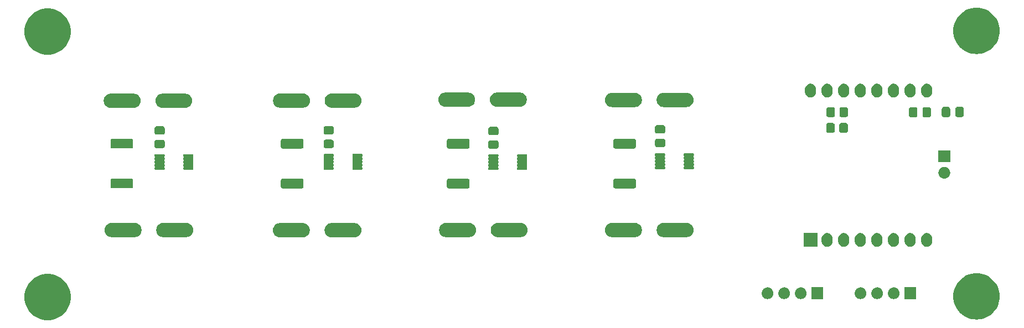
<source format=gbr>
G04 #@! TF.GenerationSoftware,KiCad,Pcbnew,8.0.5*
G04 #@! TF.CreationDate,2025-06-13T07:27:13+02:00*
G04 #@! TF.ProjectId,4-Kanal_Power_Meter,342d4b61-6e61-46c5-9f50-6f7765725f4d,rev?*
G04 #@! TF.SameCoordinates,Original*
G04 #@! TF.FileFunction,Soldermask,Top*
G04 #@! TF.FilePolarity,Negative*
%FSLAX46Y46*%
G04 Gerber Fmt 4.6, Leading zero omitted, Abs format (unit mm)*
G04 Created by KiCad (PCBNEW 8.0.5) date 2025-06-13 07:27:13*
%MOMM*%
%LPD*%
G01*
G04 APERTURE LIST*
G04 APERTURE END LIST*
G36*
X76571181Y-105688453D02*
G01*
X76938294Y-105746598D01*
X77297319Y-105842798D01*
X77644322Y-105976000D01*
X77975500Y-106144744D01*
X78287225Y-106347181D01*
X78576083Y-106581093D01*
X78838907Y-106843917D01*
X79072819Y-107132775D01*
X79275256Y-107444500D01*
X79444000Y-107775678D01*
X79577202Y-108122681D01*
X79673402Y-108481706D01*
X79731547Y-108848819D01*
X79751000Y-109220000D01*
X79731547Y-109591181D01*
X79673402Y-109958294D01*
X79577202Y-110317319D01*
X79444000Y-110664322D01*
X79275256Y-110995500D01*
X79072819Y-111307225D01*
X78838907Y-111596083D01*
X78576083Y-111858907D01*
X78287225Y-112092819D01*
X77975500Y-112295256D01*
X77644322Y-112464000D01*
X77297319Y-112597202D01*
X76938294Y-112693402D01*
X76571181Y-112751547D01*
X76200000Y-112771000D01*
X75828819Y-112751547D01*
X75461706Y-112693402D01*
X75102681Y-112597202D01*
X74755678Y-112464000D01*
X74424500Y-112295256D01*
X74112775Y-112092819D01*
X73823917Y-111858907D01*
X73561093Y-111596083D01*
X73327181Y-111307225D01*
X73124744Y-110995500D01*
X72956000Y-110664322D01*
X72822798Y-110317319D01*
X72726598Y-109958294D01*
X72668453Y-109591181D01*
X72649000Y-109220000D01*
X72668453Y-108848819D01*
X72726598Y-108481706D01*
X72822798Y-108122681D01*
X72956000Y-107775678D01*
X73124744Y-107444500D01*
X73327181Y-107132775D01*
X73561093Y-106843917D01*
X73823917Y-106581093D01*
X74112775Y-106347181D01*
X74424500Y-106144744D01*
X74755678Y-105976000D01*
X75102681Y-105842798D01*
X75461706Y-105746598D01*
X75828819Y-105688453D01*
X76200000Y-105669000D01*
X76571181Y-105688453D01*
G37*
G36*
X218658781Y-105586853D02*
G01*
X219025894Y-105644998D01*
X219384919Y-105741198D01*
X219731922Y-105874400D01*
X220063100Y-106043144D01*
X220374825Y-106245581D01*
X220663683Y-106479493D01*
X220926507Y-106742317D01*
X221160419Y-107031175D01*
X221362856Y-107342900D01*
X221531600Y-107674078D01*
X221664802Y-108021081D01*
X221761002Y-108380106D01*
X221819147Y-108747219D01*
X221838600Y-109118400D01*
X221819147Y-109489581D01*
X221761002Y-109856694D01*
X221664802Y-110215719D01*
X221531600Y-110562722D01*
X221362856Y-110893900D01*
X221160419Y-111205625D01*
X220926507Y-111494483D01*
X220663683Y-111757307D01*
X220374825Y-111991219D01*
X220063100Y-112193656D01*
X219731922Y-112362400D01*
X219384919Y-112495602D01*
X219025894Y-112591802D01*
X218658781Y-112649947D01*
X218287600Y-112669400D01*
X217916419Y-112649947D01*
X217549306Y-112591802D01*
X217190281Y-112495602D01*
X216843278Y-112362400D01*
X216512100Y-112193656D01*
X216200375Y-111991219D01*
X215911517Y-111757307D01*
X215648693Y-111494483D01*
X215414781Y-111205625D01*
X215212344Y-110893900D01*
X215043600Y-110562722D01*
X214910398Y-110215719D01*
X214814198Y-109856694D01*
X214756053Y-109489581D01*
X214736600Y-109118400D01*
X214756053Y-108747219D01*
X214814198Y-108380106D01*
X214910398Y-108021081D01*
X215043600Y-107674078D01*
X215212344Y-107342900D01*
X215414781Y-107031175D01*
X215648693Y-106742317D01*
X215911517Y-106479493D01*
X216200375Y-106245581D01*
X216512100Y-106043144D01*
X216843278Y-105874400D01*
X217190281Y-105741198D01*
X217549306Y-105644998D01*
X217916419Y-105586853D01*
X218287600Y-105567400D01*
X218658781Y-105586853D01*
G37*
G36*
X194811217Y-107738682D02*
G01*
X194827762Y-107749738D01*
X194838818Y-107766283D01*
X194842700Y-107785800D01*
X194842700Y-109485800D01*
X194838818Y-109505317D01*
X194827762Y-109521862D01*
X194811217Y-109532918D01*
X194791700Y-109536800D01*
X193091700Y-109536800D01*
X193072183Y-109532918D01*
X193055638Y-109521862D01*
X193044582Y-109505317D01*
X193040700Y-109485800D01*
X193040700Y-107785800D01*
X193044582Y-107766283D01*
X193055638Y-107749738D01*
X193072183Y-107738682D01*
X193091700Y-107734800D01*
X194791700Y-107734800D01*
X194811217Y-107738682D01*
G37*
G36*
X209035217Y-107738682D02*
G01*
X209051762Y-107749738D01*
X209062818Y-107766283D01*
X209066700Y-107785800D01*
X209066700Y-109485800D01*
X209062818Y-109505317D01*
X209051762Y-109521862D01*
X209035217Y-109532918D01*
X209015700Y-109536800D01*
X207315700Y-109536800D01*
X207296183Y-109532918D01*
X207279638Y-109521862D01*
X207268582Y-109505317D01*
X207264700Y-109485800D01*
X207264700Y-107785800D01*
X207268582Y-107766283D01*
X207279638Y-107749738D01*
X207296183Y-107738682D01*
X207315700Y-107734800D01*
X209015700Y-107734800D01*
X209035217Y-107738682D01*
G37*
G36*
X186365683Y-107739736D02*
G01*
X186415880Y-107739736D01*
X186459224Y-107748949D01*
X186497359Y-107752705D01*
X186545266Y-107767237D01*
X186600124Y-107778898D01*
X186635230Y-107794528D01*
X186666266Y-107803943D01*
X186715584Y-107830304D01*
X186772200Y-107855511D01*
X186798522Y-107874635D01*
X186821932Y-107887148D01*
X186869688Y-107926340D01*
X186924587Y-107966227D01*
X186942411Y-107986023D01*
X186958375Y-107999124D01*
X187001272Y-108051394D01*
X187050624Y-108106205D01*
X187060992Y-108124163D01*
X187070351Y-108135567D01*
X187104973Y-108200342D01*
X187144804Y-108269330D01*
X187149385Y-108283430D01*
X187153556Y-108291233D01*
X187176552Y-108367042D01*
X187203011Y-108448472D01*
X187203942Y-108457332D01*
X187204794Y-108460140D01*
X187213084Y-108544313D01*
X187222700Y-108635800D01*
X187213083Y-108727294D01*
X187204794Y-108811459D01*
X187203942Y-108814266D01*
X187203011Y-108823128D01*
X187176548Y-108904571D01*
X187153556Y-108980366D01*
X187149386Y-108988166D01*
X187144804Y-109002270D01*
X187104966Y-109071270D01*
X187070351Y-109136032D01*
X187060994Y-109147433D01*
X187050624Y-109165395D01*
X187001263Y-109220215D01*
X186958375Y-109272475D01*
X186942414Y-109285573D01*
X186924587Y-109305373D01*
X186869677Y-109345267D01*
X186821932Y-109384451D01*
X186798527Y-109396961D01*
X186772200Y-109416089D01*
X186715573Y-109441300D01*
X186666266Y-109467656D01*
X186635237Y-109477068D01*
X186600124Y-109492702D01*
X186545255Y-109504364D01*
X186497359Y-109518894D01*
X186459232Y-109522649D01*
X186415880Y-109531864D01*
X186365673Y-109531864D01*
X186321700Y-109536195D01*
X186277727Y-109531864D01*
X186227520Y-109531864D01*
X186184167Y-109522649D01*
X186146040Y-109518894D01*
X186098141Y-109504363D01*
X186043276Y-109492702D01*
X186008164Y-109477069D01*
X185977133Y-109467656D01*
X185927820Y-109441298D01*
X185871200Y-109416089D01*
X185844875Y-109396963D01*
X185821467Y-109384451D01*
X185773713Y-109345260D01*
X185718813Y-109305373D01*
X185700987Y-109285576D01*
X185685024Y-109272475D01*
X185642125Y-109220202D01*
X185592776Y-109165395D01*
X185582408Y-109147437D01*
X185573048Y-109136032D01*
X185538419Y-109071247D01*
X185498596Y-109002270D01*
X185494015Y-108988171D01*
X185489843Y-108980366D01*
X185466836Y-108904525D01*
X185440389Y-108823128D01*
X185439458Y-108814271D01*
X185438605Y-108811459D01*
X185430300Y-108727142D01*
X185420700Y-108635800D01*
X185430299Y-108544464D01*
X185438605Y-108460140D01*
X185439458Y-108457327D01*
X185440389Y-108448472D01*
X185466832Y-108367088D01*
X185489843Y-108291233D01*
X185494015Y-108283426D01*
X185498596Y-108269330D01*
X185538412Y-108200365D01*
X185573048Y-108135567D01*
X185582410Y-108124159D01*
X185592776Y-108106205D01*
X185642116Y-108051407D01*
X185685024Y-107999124D01*
X185700991Y-107986019D01*
X185718813Y-107966227D01*
X185773702Y-107926346D01*
X185821467Y-107887148D01*
X185844880Y-107874633D01*
X185871200Y-107855511D01*
X185927809Y-107830306D01*
X185977133Y-107803943D01*
X186008171Y-107794527D01*
X186043276Y-107778898D01*
X186098130Y-107767238D01*
X186146040Y-107752705D01*
X186184176Y-107748948D01*
X186227520Y-107739736D01*
X186277716Y-107739736D01*
X186321700Y-107735404D01*
X186365683Y-107739736D01*
G37*
G36*
X188905683Y-107739736D02*
G01*
X188955880Y-107739736D01*
X188999224Y-107748949D01*
X189037359Y-107752705D01*
X189085266Y-107767237D01*
X189140124Y-107778898D01*
X189175230Y-107794528D01*
X189206266Y-107803943D01*
X189255584Y-107830304D01*
X189312200Y-107855511D01*
X189338522Y-107874635D01*
X189361932Y-107887148D01*
X189409688Y-107926340D01*
X189464587Y-107966227D01*
X189482411Y-107986023D01*
X189498375Y-107999124D01*
X189541272Y-108051394D01*
X189590624Y-108106205D01*
X189600992Y-108124163D01*
X189610351Y-108135567D01*
X189644973Y-108200342D01*
X189684804Y-108269330D01*
X189689385Y-108283430D01*
X189693556Y-108291233D01*
X189716552Y-108367042D01*
X189743011Y-108448472D01*
X189743942Y-108457332D01*
X189744794Y-108460140D01*
X189753084Y-108544313D01*
X189762700Y-108635800D01*
X189753083Y-108727294D01*
X189744794Y-108811459D01*
X189743942Y-108814266D01*
X189743011Y-108823128D01*
X189716548Y-108904571D01*
X189693556Y-108980366D01*
X189689386Y-108988166D01*
X189684804Y-109002270D01*
X189644966Y-109071270D01*
X189610351Y-109136032D01*
X189600994Y-109147433D01*
X189590624Y-109165395D01*
X189541263Y-109220215D01*
X189498375Y-109272475D01*
X189482414Y-109285573D01*
X189464587Y-109305373D01*
X189409677Y-109345267D01*
X189361932Y-109384451D01*
X189338527Y-109396961D01*
X189312200Y-109416089D01*
X189255573Y-109441300D01*
X189206266Y-109467656D01*
X189175237Y-109477068D01*
X189140124Y-109492702D01*
X189085255Y-109504364D01*
X189037359Y-109518894D01*
X188999232Y-109522649D01*
X188955880Y-109531864D01*
X188905673Y-109531864D01*
X188861700Y-109536195D01*
X188817727Y-109531864D01*
X188767520Y-109531864D01*
X188724167Y-109522649D01*
X188686040Y-109518894D01*
X188638141Y-109504363D01*
X188583276Y-109492702D01*
X188548164Y-109477069D01*
X188517133Y-109467656D01*
X188467820Y-109441298D01*
X188411200Y-109416089D01*
X188384875Y-109396963D01*
X188361467Y-109384451D01*
X188313713Y-109345260D01*
X188258813Y-109305373D01*
X188240987Y-109285576D01*
X188225024Y-109272475D01*
X188182125Y-109220202D01*
X188132776Y-109165395D01*
X188122408Y-109147437D01*
X188113048Y-109136032D01*
X188078419Y-109071247D01*
X188038596Y-109002270D01*
X188034015Y-108988171D01*
X188029843Y-108980366D01*
X188006836Y-108904525D01*
X187980389Y-108823128D01*
X187979458Y-108814271D01*
X187978605Y-108811459D01*
X187970300Y-108727142D01*
X187960700Y-108635800D01*
X187970299Y-108544464D01*
X187978605Y-108460140D01*
X187979458Y-108457327D01*
X187980389Y-108448472D01*
X188006832Y-108367088D01*
X188029843Y-108291233D01*
X188034015Y-108283426D01*
X188038596Y-108269330D01*
X188078412Y-108200365D01*
X188113048Y-108135567D01*
X188122410Y-108124159D01*
X188132776Y-108106205D01*
X188182116Y-108051407D01*
X188225024Y-107999124D01*
X188240991Y-107986019D01*
X188258813Y-107966227D01*
X188313702Y-107926346D01*
X188361467Y-107887148D01*
X188384880Y-107874633D01*
X188411200Y-107855511D01*
X188467809Y-107830306D01*
X188517133Y-107803943D01*
X188548171Y-107794527D01*
X188583276Y-107778898D01*
X188638130Y-107767238D01*
X188686040Y-107752705D01*
X188724176Y-107748948D01*
X188767520Y-107739736D01*
X188817716Y-107739736D01*
X188861700Y-107735404D01*
X188905683Y-107739736D01*
G37*
G36*
X191445683Y-107739736D02*
G01*
X191495880Y-107739736D01*
X191539224Y-107748949D01*
X191577359Y-107752705D01*
X191625266Y-107767237D01*
X191680124Y-107778898D01*
X191715230Y-107794528D01*
X191746266Y-107803943D01*
X191795584Y-107830304D01*
X191852200Y-107855511D01*
X191878522Y-107874635D01*
X191901932Y-107887148D01*
X191949688Y-107926340D01*
X192004587Y-107966227D01*
X192022411Y-107986023D01*
X192038375Y-107999124D01*
X192081272Y-108051394D01*
X192130624Y-108106205D01*
X192140992Y-108124163D01*
X192150351Y-108135567D01*
X192184973Y-108200342D01*
X192224804Y-108269330D01*
X192229385Y-108283430D01*
X192233556Y-108291233D01*
X192256552Y-108367042D01*
X192283011Y-108448472D01*
X192283942Y-108457332D01*
X192284794Y-108460140D01*
X192293084Y-108544313D01*
X192302700Y-108635800D01*
X192293083Y-108727294D01*
X192284794Y-108811459D01*
X192283942Y-108814266D01*
X192283011Y-108823128D01*
X192256548Y-108904571D01*
X192233556Y-108980366D01*
X192229386Y-108988166D01*
X192224804Y-109002270D01*
X192184966Y-109071270D01*
X192150351Y-109136032D01*
X192140994Y-109147433D01*
X192130624Y-109165395D01*
X192081263Y-109220215D01*
X192038375Y-109272475D01*
X192022414Y-109285573D01*
X192004587Y-109305373D01*
X191949677Y-109345267D01*
X191901932Y-109384451D01*
X191878527Y-109396961D01*
X191852200Y-109416089D01*
X191795573Y-109441300D01*
X191746266Y-109467656D01*
X191715237Y-109477068D01*
X191680124Y-109492702D01*
X191625255Y-109504364D01*
X191577359Y-109518894D01*
X191539232Y-109522649D01*
X191495880Y-109531864D01*
X191445673Y-109531864D01*
X191401700Y-109536195D01*
X191357727Y-109531864D01*
X191307520Y-109531864D01*
X191264167Y-109522649D01*
X191226040Y-109518894D01*
X191178141Y-109504363D01*
X191123276Y-109492702D01*
X191088164Y-109477069D01*
X191057133Y-109467656D01*
X191007820Y-109441298D01*
X190951200Y-109416089D01*
X190924875Y-109396963D01*
X190901467Y-109384451D01*
X190853713Y-109345260D01*
X190798813Y-109305373D01*
X190780987Y-109285576D01*
X190765024Y-109272475D01*
X190722125Y-109220202D01*
X190672776Y-109165395D01*
X190662408Y-109147437D01*
X190653048Y-109136032D01*
X190618419Y-109071247D01*
X190578596Y-109002270D01*
X190574015Y-108988171D01*
X190569843Y-108980366D01*
X190546836Y-108904525D01*
X190520389Y-108823128D01*
X190519458Y-108814271D01*
X190518605Y-108811459D01*
X190510300Y-108727142D01*
X190500700Y-108635800D01*
X190510299Y-108544464D01*
X190518605Y-108460140D01*
X190519458Y-108457327D01*
X190520389Y-108448472D01*
X190546832Y-108367088D01*
X190569843Y-108291233D01*
X190574015Y-108283426D01*
X190578596Y-108269330D01*
X190618412Y-108200365D01*
X190653048Y-108135567D01*
X190662410Y-108124159D01*
X190672776Y-108106205D01*
X190722116Y-108051407D01*
X190765024Y-107999124D01*
X190780991Y-107986019D01*
X190798813Y-107966227D01*
X190853702Y-107926346D01*
X190901467Y-107887148D01*
X190924880Y-107874633D01*
X190951200Y-107855511D01*
X191007809Y-107830306D01*
X191057133Y-107803943D01*
X191088171Y-107794527D01*
X191123276Y-107778898D01*
X191178130Y-107767238D01*
X191226040Y-107752705D01*
X191264176Y-107748948D01*
X191307520Y-107739736D01*
X191357716Y-107739736D01*
X191401700Y-107735404D01*
X191445683Y-107739736D01*
G37*
G36*
X200589683Y-107739736D02*
G01*
X200639880Y-107739736D01*
X200683224Y-107748949D01*
X200721359Y-107752705D01*
X200769266Y-107767237D01*
X200824124Y-107778898D01*
X200859230Y-107794528D01*
X200890266Y-107803943D01*
X200939584Y-107830304D01*
X200996200Y-107855511D01*
X201022522Y-107874635D01*
X201045932Y-107887148D01*
X201093688Y-107926340D01*
X201148587Y-107966227D01*
X201166411Y-107986023D01*
X201182375Y-107999124D01*
X201225272Y-108051394D01*
X201274624Y-108106205D01*
X201284992Y-108124163D01*
X201294351Y-108135567D01*
X201328973Y-108200342D01*
X201368804Y-108269330D01*
X201373385Y-108283430D01*
X201377556Y-108291233D01*
X201400552Y-108367042D01*
X201427011Y-108448472D01*
X201427942Y-108457332D01*
X201428794Y-108460140D01*
X201437084Y-108544313D01*
X201446700Y-108635800D01*
X201437083Y-108727294D01*
X201428794Y-108811459D01*
X201427942Y-108814266D01*
X201427011Y-108823128D01*
X201400548Y-108904571D01*
X201377556Y-108980366D01*
X201373386Y-108988166D01*
X201368804Y-109002270D01*
X201328966Y-109071270D01*
X201294351Y-109136032D01*
X201284994Y-109147433D01*
X201274624Y-109165395D01*
X201225263Y-109220215D01*
X201182375Y-109272475D01*
X201166414Y-109285573D01*
X201148587Y-109305373D01*
X201093677Y-109345267D01*
X201045932Y-109384451D01*
X201022527Y-109396961D01*
X200996200Y-109416089D01*
X200939573Y-109441300D01*
X200890266Y-109467656D01*
X200859237Y-109477068D01*
X200824124Y-109492702D01*
X200769255Y-109504364D01*
X200721359Y-109518894D01*
X200683232Y-109522649D01*
X200639880Y-109531864D01*
X200589673Y-109531864D01*
X200545700Y-109536195D01*
X200501727Y-109531864D01*
X200451520Y-109531864D01*
X200408167Y-109522649D01*
X200370040Y-109518894D01*
X200322141Y-109504363D01*
X200267276Y-109492702D01*
X200232164Y-109477069D01*
X200201133Y-109467656D01*
X200151820Y-109441298D01*
X200095200Y-109416089D01*
X200068875Y-109396963D01*
X200045467Y-109384451D01*
X199997713Y-109345260D01*
X199942813Y-109305373D01*
X199924987Y-109285576D01*
X199909024Y-109272475D01*
X199866125Y-109220202D01*
X199816776Y-109165395D01*
X199806408Y-109147437D01*
X199797048Y-109136032D01*
X199762419Y-109071247D01*
X199722596Y-109002270D01*
X199718015Y-108988171D01*
X199713843Y-108980366D01*
X199690836Y-108904525D01*
X199664389Y-108823128D01*
X199663458Y-108814271D01*
X199662605Y-108811459D01*
X199654300Y-108727142D01*
X199644700Y-108635800D01*
X199654299Y-108544464D01*
X199662605Y-108460140D01*
X199663458Y-108457327D01*
X199664389Y-108448472D01*
X199690832Y-108367088D01*
X199713843Y-108291233D01*
X199718015Y-108283426D01*
X199722596Y-108269330D01*
X199762412Y-108200365D01*
X199797048Y-108135567D01*
X199806410Y-108124159D01*
X199816776Y-108106205D01*
X199866116Y-108051407D01*
X199909024Y-107999124D01*
X199924991Y-107986019D01*
X199942813Y-107966227D01*
X199997702Y-107926346D01*
X200045467Y-107887148D01*
X200068880Y-107874633D01*
X200095200Y-107855511D01*
X200151809Y-107830306D01*
X200201133Y-107803943D01*
X200232171Y-107794527D01*
X200267276Y-107778898D01*
X200322130Y-107767238D01*
X200370040Y-107752705D01*
X200408176Y-107748948D01*
X200451520Y-107739736D01*
X200501716Y-107739736D01*
X200545700Y-107735404D01*
X200589683Y-107739736D01*
G37*
G36*
X203129683Y-107739736D02*
G01*
X203179880Y-107739736D01*
X203223224Y-107748949D01*
X203261359Y-107752705D01*
X203309266Y-107767237D01*
X203364124Y-107778898D01*
X203399230Y-107794528D01*
X203430266Y-107803943D01*
X203479584Y-107830304D01*
X203536200Y-107855511D01*
X203562522Y-107874635D01*
X203585932Y-107887148D01*
X203633688Y-107926340D01*
X203688587Y-107966227D01*
X203706411Y-107986023D01*
X203722375Y-107999124D01*
X203765272Y-108051394D01*
X203814624Y-108106205D01*
X203824992Y-108124163D01*
X203834351Y-108135567D01*
X203868973Y-108200342D01*
X203908804Y-108269330D01*
X203913385Y-108283430D01*
X203917556Y-108291233D01*
X203940552Y-108367042D01*
X203967011Y-108448472D01*
X203967942Y-108457332D01*
X203968794Y-108460140D01*
X203977084Y-108544313D01*
X203986700Y-108635800D01*
X203977083Y-108727294D01*
X203968794Y-108811459D01*
X203967942Y-108814266D01*
X203967011Y-108823128D01*
X203940548Y-108904571D01*
X203917556Y-108980366D01*
X203913386Y-108988166D01*
X203908804Y-109002270D01*
X203868966Y-109071270D01*
X203834351Y-109136032D01*
X203824994Y-109147433D01*
X203814624Y-109165395D01*
X203765263Y-109220215D01*
X203722375Y-109272475D01*
X203706414Y-109285573D01*
X203688587Y-109305373D01*
X203633677Y-109345267D01*
X203585932Y-109384451D01*
X203562527Y-109396961D01*
X203536200Y-109416089D01*
X203479573Y-109441300D01*
X203430266Y-109467656D01*
X203399237Y-109477068D01*
X203364124Y-109492702D01*
X203309255Y-109504364D01*
X203261359Y-109518894D01*
X203223232Y-109522649D01*
X203179880Y-109531864D01*
X203129673Y-109531864D01*
X203085700Y-109536195D01*
X203041727Y-109531864D01*
X202991520Y-109531864D01*
X202948167Y-109522649D01*
X202910040Y-109518894D01*
X202862141Y-109504363D01*
X202807276Y-109492702D01*
X202772164Y-109477069D01*
X202741133Y-109467656D01*
X202691820Y-109441298D01*
X202635200Y-109416089D01*
X202608875Y-109396963D01*
X202585467Y-109384451D01*
X202537713Y-109345260D01*
X202482813Y-109305373D01*
X202464987Y-109285576D01*
X202449024Y-109272475D01*
X202406125Y-109220202D01*
X202356776Y-109165395D01*
X202346408Y-109147437D01*
X202337048Y-109136032D01*
X202302419Y-109071247D01*
X202262596Y-109002270D01*
X202258015Y-108988171D01*
X202253843Y-108980366D01*
X202230836Y-108904525D01*
X202204389Y-108823128D01*
X202203458Y-108814271D01*
X202202605Y-108811459D01*
X202194300Y-108727142D01*
X202184700Y-108635800D01*
X202194299Y-108544464D01*
X202202605Y-108460140D01*
X202203458Y-108457327D01*
X202204389Y-108448472D01*
X202230832Y-108367088D01*
X202253843Y-108291233D01*
X202258015Y-108283426D01*
X202262596Y-108269330D01*
X202302412Y-108200365D01*
X202337048Y-108135567D01*
X202346410Y-108124159D01*
X202356776Y-108106205D01*
X202406116Y-108051407D01*
X202449024Y-107999124D01*
X202464991Y-107986019D01*
X202482813Y-107966227D01*
X202537702Y-107926346D01*
X202585467Y-107887148D01*
X202608880Y-107874633D01*
X202635200Y-107855511D01*
X202691809Y-107830306D01*
X202741133Y-107803943D01*
X202772171Y-107794527D01*
X202807276Y-107778898D01*
X202862130Y-107767238D01*
X202910040Y-107752705D01*
X202948176Y-107748948D01*
X202991520Y-107739736D01*
X203041716Y-107739736D01*
X203085700Y-107735404D01*
X203129683Y-107739736D01*
G37*
G36*
X205669683Y-107739736D02*
G01*
X205719880Y-107739736D01*
X205763224Y-107748949D01*
X205801359Y-107752705D01*
X205849266Y-107767237D01*
X205904124Y-107778898D01*
X205939230Y-107794528D01*
X205970266Y-107803943D01*
X206019584Y-107830304D01*
X206076200Y-107855511D01*
X206102522Y-107874635D01*
X206125932Y-107887148D01*
X206173688Y-107926340D01*
X206228587Y-107966227D01*
X206246411Y-107986023D01*
X206262375Y-107999124D01*
X206305272Y-108051394D01*
X206354624Y-108106205D01*
X206364992Y-108124163D01*
X206374351Y-108135567D01*
X206408973Y-108200342D01*
X206448804Y-108269330D01*
X206453385Y-108283430D01*
X206457556Y-108291233D01*
X206480552Y-108367042D01*
X206507011Y-108448472D01*
X206507942Y-108457332D01*
X206508794Y-108460140D01*
X206517084Y-108544313D01*
X206526700Y-108635800D01*
X206517083Y-108727294D01*
X206508794Y-108811459D01*
X206507942Y-108814266D01*
X206507011Y-108823128D01*
X206480548Y-108904571D01*
X206457556Y-108980366D01*
X206453386Y-108988166D01*
X206448804Y-109002270D01*
X206408966Y-109071270D01*
X206374351Y-109136032D01*
X206364994Y-109147433D01*
X206354624Y-109165395D01*
X206305263Y-109220215D01*
X206262375Y-109272475D01*
X206246414Y-109285573D01*
X206228587Y-109305373D01*
X206173677Y-109345267D01*
X206125932Y-109384451D01*
X206102527Y-109396961D01*
X206076200Y-109416089D01*
X206019573Y-109441300D01*
X205970266Y-109467656D01*
X205939237Y-109477068D01*
X205904124Y-109492702D01*
X205849255Y-109504364D01*
X205801359Y-109518894D01*
X205763232Y-109522649D01*
X205719880Y-109531864D01*
X205669673Y-109531864D01*
X205625700Y-109536195D01*
X205581727Y-109531864D01*
X205531520Y-109531864D01*
X205488167Y-109522649D01*
X205450040Y-109518894D01*
X205402141Y-109504363D01*
X205347276Y-109492702D01*
X205312164Y-109477069D01*
X205281133Y-109467656D01*
X205231820Y-109441298D01*
X205175200Y-109416089D01*
X205148875Y-109396963D01*
X205125467Y-109384451D01*
X205077713Y-109345260D01*
X205022813Y-109305373D01*
X205004987Y-109285576D01*
X204989024Y-109272475D01*
X204946125Y-109220202D01*
X204896776Y-109165395D01*
X204886408Y-109147437D01*
X204877048Y-109136032D01*
X204842419Y-109071247D01*
X204802596Y-109002270D01*
X204798015Y-108988171D01*
X204793843Y-108980366D01*
X204770836Y-108904525D01*
X204744389Y-108823128D01*
X204743458Y-108814271D01*
X204742605Y-108811459D01*
X204734300Y-108727142D01*
X204724700Y-108635800D01*
X204734299Y-108544464D01*
X204742605Y-108460140D01*
X204743458Y-108457327D01*
X204744389Y-108448472D01*
X204770832Y-108367088D01*
X204793843Y-108291233D01*
X204798015Y-108283426D01*
X204802596Y-108269330D01*
X204842412Y-108200365D01*
X204877048Y-108135567D01*
X204886410Y-108124159D01*
X204896776Y-108106205D01*
X204946116Y-108051407D01*
X204989024Y-107999124D01*
X205004991Y-107986019D01*
X205022813Y-107966227D01*
X205077702Y-107926346D01*
X205125467Y-107887148D01*
X205148880Y-107874633D01*
X205175200Y-107855511D01*
X205231809Y-107830306D01*
X205281133Y-107803943D01*
X205312171Y-107794527D01*
X205347276Y-107778898D01*
X205402130Y-107767238D01*
X205450040Y-107752705D01*
X205488176Y-107748948D01*
X205531520Y-107739736D01*
X205581716Y-107739736D01*
X205625700Y-107735404D01*
X205669683Y-107739736D01*
G37*
G36*
X193919817Y-99435282D02*
G01*
X193936362Y-99446338D01*
X193947418Y-99462883D01*
X193951300Y-99482400D01*
X193951300Y-101482400D01*
X193947418Y-101501917D01*
X193936362Y-101518462D01*
X193919817Y-101529518D01*
X193900300Y-101533400D01*
X191900300Y-101533400D01*
X191880783Y-101529518D01*
X191864238Y-101518462D01*
X191853182Y-101501917D01*
X191849300Y-101482400D01*
X191849300Y-99482400D01*
X191853182Y-99462883D01*
X191864238Y-99446338D01*
X191880783Y-99435282D01*
X191900300Y-99431400D01*
X193900300Y-99431400D01*
X193919817Y-99435282D01*
G37*
G36*
X195687332Y-99468044D02*
G01*
X195841459Y-99531885D01*
X195980169Y-99624568D01*
X196098132Y-99742531D01*
X196190815Y-99881241D01*
X196254656Y-100035368D01*
X196287202Y-100198987D01*
X196291300Y-100282400D01*
X196291300Y-100682400D01*
X196287202Y-100765813D01*
X196254656Y-100929432D01*
X196190815Y-101083559D01*
X196098132Y-101222269D01*
X195980169Y-101340232D01*
X195841459Y-101432915D01*
X195687332Y-101496756D01*
X195523713Y-101529302D01*
X195356887Y-101529302D01*
X195193268Y-101496756D01*
X195039141Y-101432915D01*
X194900431Y-101340232D01*
X194782468Y-101222269D01*
X194689785Y-101083559D01*
X194625944Y-100929432D01*
X194593398Y-100765813D01*
X194589300Y-100682400D01*
X194589300Y-100282400D01*
X194593398Y-100198987D01*
X194625944Y-100035368D01*
X194689785Y-99881241D01*
X194782468Y-99742531D01*
X194900431Y-99624568D01*
X195039141Y-99531885D01*
X195193268Y-99468044D01*
X195356887Y-99435498D01*
X195523713Y-99435498D01*
X195687332Y-99468044D01*
G37*
G36*
X198227332Y-99468044D02*
G01*
X198381459Y-99531885D01*
X198520169Y-99624568D01*
X198638132Y-99742531D01*
X198730815Y-99881241D01*
X198794656Y-100035368D01*
X198827202Y-100198987D01*
X198831300Y-100282400D01*
X198831300Y-100682400D01*
X198827202Y-100765813D01*
X198794656Y-100929432D01*
X198730815Y-101083559D01*
X198638132Y-101222269D01*
X198520169Y-101340232D01*
X198381459Y-101432915D01*
X198227332Y-101496756D01*
X198063713Y-101529302D01*
X197896887Y-101529302D01*
X197733268Y-101496756D01*
X197579141Y-101432915D01*
X197440431Y-101340232D01*
X197322468Y-101222269D01*
X197229785Y-101083559D01*
X197165944Y-100929432D01*
X197133398Y-100765813D01*
X197129300Y-100682400D01*
X197129300Y-100282400D01*
X197133398Y-100198987D01*
X197165944Y-100035368D01*
X197229785Y-99881241D01*
X197322468Y-99742531D01*
X197440431Y-99624568D01*
X197579141Y-99531885D01*
X197733268Y-99468044D01*
X197896887Y-99435498D01*
X198063713Y-99435498D01*
X198227332Y-99468044D01*
G37*
G36*
X200767332Y-99468044D02*
G01*
X200921459Y-99531885D01*
X201060169Y-99624568D01*
X201178132Y-99742531D01*
X201270815Y-99881241D01*
X201334656Y-100035368D01*
X201367202Y-100198987D01*
X201371300Y-100282400D01*
X201371300Y-100682400D01*
X201367202Y-100765813D01*
X201334656Y-100929432D01*
X201270815Y-101083559D01*
X201178132Y-101222269D01*
X201060169Y-101340232D01*
X200921459Y-101432915D01*
X200767332Y-101496756D01*
X200603713Y-101529302D01*
X200436887Y-101529302D01*
X200273268Y-101496756D01*
X200119141Y-101432915D01*
X199980431Y-101340232D01*
X199862468Y-101222269D01*
X199769785Y-101083559D01*
X199705944Y-100929432D01*
X199673398Y-100765813D01*
X199669300Y-100682400D01*
X199669300Y-100282400D01*
X199673398Y-100198987D01*
X199705944Y-100035368D01*
X199769785Y-99881241D01*
X199862468Y-99742531D01*
X199980431Y-99624568D01*
X200119141Y-99531885D01*
X200273268Y-99468044D01*
X200436887Y-99435498D01*
X200603713Y-99435498D01*
X200767332Y-99468044D01*
G37*
G36*
X203307332Y-99468044D02*
G01*
X203461459Y-99531885D01*
X203600169Y-99624568D01*
X203718132Y-99742531D01*
X203810815Y-99881241D01*
X203874656Y-100035368D01*
X203907202Y-100198987D01*
X203911300Y-100282400D01*
X203911300Y-100682400D01*
X203907202Y-100765813D01*
X203874656Y-100929432D01*
X203810815Y-101083559D01*
X203718132Y-101222269D01*
X203600169Y-101340232D01*
X203461459Y-101432915D01*
X203307332Y-101496756D01*
X203143713Y-101529302D01*
X202976887Y-101529302D01*
X202813268Y-101496756D01*
X202659141Y-101432915D01*
X202520431Y-101340232D01*
X202402468Y-101222269D01*
X202309785Y-101083559D01*
X202245944Y-100929432D01*
X202213398Y-100765813D01*
X202209300Y-100682400D01*
X202209300Y-100282400D01*
X202213398Y-100198987D01*
X202245944Y-100035368D01*
X202309785Y-99881241D01*
X202402468Y-99742531D01*
X202520431Y-99624568D01*
X202659141Y-99531885D01*
X202813268Y-99468044D01*
X202976887Y-99435498D01*
X203143713Y-99435498D01*
X203307332Y-99468044D01*
G37*
G36*
X205847332Y-99468044D02*
G01*
X206001459Y-99531885D01*
X206140169Y-99624568D01*
X206258132Y-99742531D01*
X206350815Y-99881241D01*
X206414656Y-100035368D01*
X206447202Y-100198987D01*
X206451300Y-100282400D01*
X206451300Y-100682400D01*
X206447202Y-100765813D01*
X206414656Y-100929432D01*
X206350815Y-101083559D01*
X206258132Y-101222269D01*
X206140169Y-101340232D01*
X206001459Y-101432915D01*
X205847332Y-101496756D01*
X205683713Y-101529302D01*
X205516887Y-101529302D01*
X205353268Y-101496756D01*
X205199141Y-101432915D01*
X205060431Y-101340232D01*
X204942468Y-101222269D01*
X204849785Y-101083559D01*
X204785944Y-100929432D01*
X204753398Y-100765813D01*
X204749300Y-100682400D01*
X204749300Y-100282400D01*
X204753398Y-100198987D01*
X204785944Y-100035368D01*
X204849785Y-99881241D01*
X204942468Y-99742531D01*
X205060431Y-99624568D01*
X205199141Y-99531885D01*
X205353268Y-99468044D01*
X205516887Y-99435498D01*
X205683713Y-99435498D01*
X205847332Y-99468044D01*
G37*
G36*
X208387332Y-99468044D02*
G01*
X208541459Y-99531885D01*
X208680169Y-99624568D01*
X208798132Y-99742531D01*
X208890815Y-99881241D01*
X208954656Y-100035368D01*
X208987202Y-100198987D01*
X208991300Y-100282400D01*
X208991300Y-100682400D01*
X208987202Y-100765813D01*
X208954656Y-100929432D01*
X208890815Y-101083559D01*
X208798132Y-101222269D01*
X208680169Y-101340232D01*
X208541459Y-101432915D01*
X208387332Y-101496756D01*
X208223713Y-101529302D01*
X208056887Y-101529302D01*
X207893268Y-101496756D01*
X207739141Y-101432915D01*
X207600431Y-101340232D01*
X207482468Y-101222269D01*
X207389785Y-101083559D01*
X207325944Y-100929432D01*
X207293398Y-100765813D01*
X207289300Y-100682400D01*
X207289300Y-100282400D01*
X207293398Y-100198987D01*
X207325944Y-100035368D01*
X207389785Y-99881241D01*
X207482468Y-99742531D01*
X207600431Y-99624568D01*
X207739141Y-99531885D01*
X207893268Y-99468044D01*
X208056887Y-99435498D01*
X208223713Y-99435498D01*
X208387332Y-99468044D01*
G37*
G36*
X210927332Y-99468044D02*
G01*
X211081459Y-99531885D01*
X211220169Y-99624568D01*
X211338132Y-99742531D01*
X211430815Y-99881241D01*
X211494656Y-100035368D01*
X211527202Y-100198987D01*
X211531300Y-100282400D01*
X211531300Y-100682400D01*
X211527202Y-100765813D01*
X211494656Y-100929432D01*
X211430815Y-101083559D01*
X211338132Y-101222269D01*
X211220169Y-101340232D01*
X211081459Y-101432915D01*
X210927332Y-101496756D01*
X210763713Y-101529302D01*
X210596887Y-101529302D01*
X210433268Y-101496756D01*
X210279141Y-101432915D01*
X210140431Y-101340232D01*
X210022468Y-101222269D01*
X209929785Y-101083559D01*
X209865944Y-100929432D01*
X209833398Y-100765813D01*
X209829300Y-100682400D01*
X209829300Y-100282400D01*
X209833398Y-100198987D01*
X209865944Y-100035368D01*
X209929785Y-99881241D01*
X210022468Y-99742531D01*
X210140431Y-99624568D01*
X210279141Y-99531885D01*
X210433268Y-99468044D01*
X210596887Y-99435498D01*
X210763713Y-99435498D01*
X210927332Y-99468044D01*
G37*
G36*
X115285283Y-97911594D02*
G01*
X115455923Y-97938621D01*
X115620234Y-97992009D01*
X115774171Y-98070443D01*
X115913942Y-98171993D01*
X116036107Y-98294158D01*
X116137657Y-98433929D01*
X116216091Y-98587866D01*
X116269479Y-98752177D01*
X116296506Y-98922817D01*
X116296506Y-99095583D01*
X116269479Y-99266223D01*
X116216091Y-99430534D01*
X116137657Y-99584471D01*
X116036107Y-99724242D01*
X115913942Y-99846407D01*
X115774171Y-99947957D01*
X115620234Y-100026391D01*
X115455923Y-100079779D01*
X115285283Y-100106806D01*
X115198900Y-100110200D01*
X115196437Y-100110200D01*
X111751363Y-100110200D01*
X111748900Y-100110200D01*
X111662517Y-100106806D01*
X111491877Y-100079779D01*
X111327566Y-100026391D01*
X111173629Y-99947957D01*
X111033858Y-99846407D01*
X110911693Y-99724242D01*
X110810143Y-99584471D01*
X110731709Y-99430534D01*
X110678321Y-99266223D01*
X110651294Y-99095583D01*
X110651294Y-98922817D01*
X110678321Y-98752177D01*
X110731709Y-98587866D01*
X110810143Y-98433929D01*
X110911693Y-98294158D01*
X111033858Y-98171993D01*
X111173629Y-98070443D01*
X111327566Y-97992009D01*
X111491877Y-97938621D01*
X111662517Y-97911594D01*
X111748900Y-97908200D01*
X115198900Y-97908200D01*
X115285283Y-97911594D01*
G37*
G36*
X123185283Y-97911594D02*
G01*
X123355923Y-97938621D01*
X123520234Y-97992009D01*
X123674171Y-98070443D01*
X123813942Y-98171993D01*
X123936107Y-98294158D01*
X124037657Y-98433929D01*
X124116091Y-98587866D01*
X124169479Y-98752177D01*
X124196506Y-98922817D01*
X124196506Y-99095583D01*
X124169479Y-99266223D01*
X124116091Y-99430534D01*
X124037657Y-99584471D01*
X123936107Y-99724242D01*
X123813942Y-99846407D01*
X123674171Y-99947957D01*
X123520234Y-100026391D01*
X123355923Y-100079779D01*
X123185283Y-100106806D01*
X123098900Y-100110200D01*
X123096437Y-100110200D01*
X119651363Y-100110200D01*
X119648900Y-100110200D01*
X119562517Y-100106806D01*
X119391877Y-100079779D01*
X119227566Y-100026391D01*
X119073629Y-99947957D01*
X118933858Y-99846407D01*
X118811693Y-99724242D01*
X118710143Y-99584471D01*
X118631709Y-99430534D01*
X118578321Y-99266223D01*
X118551294Y-99095583D01*
X118551294Y-98922817D01*
X118578321Y-98752177D01*
X118631709Y-98587866D01*
X118710143Y-98433929D01*
X118811693Y-98294158D01*
X118933858Y-98171993D01*
X119073629Y-98070443D01*
X119227566Y-97992009D01*
X119391877Y-97938621D01*
X119562517Y-97911594D01*
X119648900Y-97908200D01*
X123098900Y-97908200D01*
X123185283Y-97911594D01*
G37*
G36*
X89555683Y-97860794D02*
G01*
X89726323Y-97887821D01*
X89890634Y-97941209D01*
X90044571Y-98019643D01*
X90184342Y-98121193D01*
X90306507Y-98243358D01*
X90408057Y-98383129D01*
X90486491Y-98537066D01*
X90539879Y-98701377D01*
X90566906Y-98872017D01*
X90566906Y-99044783D01*
X90539879Y-99215423D01*
X90486491Y-99379734D01*
X90408057Y-99533671D01*
X90306507Y-99673442D01*
X90184342Y-99795607D01*
X90044571Y-99897157D01*
X89890634Y-99975591D01*
X89726323Y-100028979D01*
X89555683Y-100056006D01*
X89469300Y-100059400D01*
X89466837Y-100059400D01*
X86021763Y-100059400D01*
X86019300Y-100059400D01*
X85932917Y-100056006D01*
X85762277Y-100028979D01*
X85597966Y-99975591D01*
X85444029Y-99897157D01*
X85304258Y-99795607D01*
X85182093Y-99673442D01*
X85080543Y-99533671D01*
X85002109Y-99379734D01*
X84948721Y-99215423D01*
X84921694Y-99044783D01*
X84921694Y-98872017D01*
X84948721Y-98701377D01*
X85002109Y-98537066D01*
X85080543Y-98383129D01*
X85182093Y-98243358D01*
X85304258Y-98121193D01*
X85444029Y-98019643D01*
X85597966Y-97941209D01*
X85762277Y-97887821D01*
X85932917Y-97860794D01*
X86019300Y-97857400D01*
X89469300Y-97857400D01*
X89555683Y-97860794D01*
G37*
G36*
X97455683Y-97860794D02*
G01*
X97626323Y-97887821D01*
X97790634Y-97941209D01*
X97944571Y-98019643D01*
X98084342Y-98121193D01*
X98206507Y-98243358D01*
X98308057Y-98383129D01*
X98386491Y-98537066D01*
X98439879Y-98701377D01*
X98466906Y-98872017D01*
X98466906Y-99044783D01*
X98439879Y-99215423D01*
X98386491Y-99379734D01*
X98308057Y-99533671D01*
X98206507Y-99673442D01*
X98084342Y-99795607D01*
X97944571Y-99897157D01*
X97790634Y-99975591D01*
X97626323Y-100028979D01*
X97455683Y-100056006D01*
X97369300Y-100059400D01*
X97366837Y-100059400D01*
X93921763Y-100059400D01*
X93919300Y-100059400D01*
X93832917Y-100056006D01*
X93662277Y-100028979D01*
X93497966Y-99975591D01*
X93344029Y-99897157D01*
X93204258Y-99795607D01*
X93082093Y-99673442D01*
X92980543Y-99533671D01*
X92902109Y-99379734D01*
X92848721Y-99215423D01*
X92821694Y-99044783D01*
X92821694Y-98872017D01*
X92848721Y-98701377D01*
X92902109Y-98537066D01*
X92980543Y-98383129D01*
X93082093Y-98243358D01*
X93204258Y-98121193D01*
X93344029Y-98019643D01*
X93497966Y-97941209D01*
X93662277Y-97887821D01*
X93832917Y-97860794D01*
X93919300Y-97857400D01*
X97369300Y-97857400D01*
X97455683Y-97860794D01*
G37*
G36*
X140710683Y-97860794D02*
G01*
X140881323Y-97887821D01*
X141045634Y-97941209D01*
X141199571Y-98019643D01*
X141339342Y-98121193D01*
X141461507Y-98243358D01*
X141563057Y-98383129D01*
X141641491Y-98537066D01*
X141694879Y-98701377D01*
X141721906Y-98872017D01*
X141721906Y-99044783D01*
X141694879Y-99215423D01*
X141641491Y-99379734D01*
X141563057Y-99533671D01*
X141461507Y-99673442D01*
X141339342Y-99795607D01*
X141199571Y-99897157D01*
X141045634Y-99975591D01*
X140881323Y-100028979D01*
X140710683Y-100056006D01*
X140624300Y-100059400D01*
X140621837Y-100059400D01*
X137176763Y-100059400D01*
X137174300Y-100059400D01*
X137087917Y-100056006D01*
X136917277Y-100028979D01*
X136752966Y-99975591D01*
X136599029Y-99897157D01*
X136459258Y-99795607D01*
X136337093Y-99673442D01*
X136235543Y-99533671D01*
X136157109Y-99379734D01*
X136103721Y-99215423D01*
X136076694Y-99044783D01*
X136076694Y-98872017D01*
X136103721Y-98701377D01*
X136157109Y-98537066D01*
X136235543Y-98383129D01*
X136337093Y-98243358D01*
X136459258Y-98121193D01*
X136599029Y-98019643D01*
X136752966Y-97941209D01*
X136917277Y-97887821D01*
X137087917Y-97860794D01*
X137174300Y-97857400D01*
X140624300Y-97857400D01*
X140710683Y-97860794D01*
G37*
G36*
X148610683Y-97860794D02*
G01*
X148781323Y-97887821D01*
X148945634Y-97941209D01*
X149099571Y-98019643D01*
X149239342Y-98121193D01*
X149361507Y-98243358D01*
X149463057Y-98383129D01*
X149541491Y-98537066D01*
X149594879Y-98701377D01*
X149621906Y-98872017D01*
X149621906Y-99044783D01*
X149594879Y-99215423D01*
X149541491Y-99379734D01*
X149463057Y-99533671D01*
X149361507Y-99673442D01*
X149239342Y-99795607D01*
X149099571Y-99897157D01*
X148945634Y-99975591D01*
X148781323Y-100028979D01*
X148610683Y-100056006D01*
X148524300Y-100059400D01*
X148521837Y-100059400D01*
X145076763Y-100059400D01*
X145074300Y-100059400D01*
X144987917Y-100056006D01*
X144817277Y-100028979D01*
X144652966Y-99975591D01*
X144499029Y-99897157D01*
X144359258Y-99795607D01*
X144237093Y-99673442D01*
X144135543Y-99533671D01*
X144057109Y-99379734D01*
X144003721Y-99215423D01*
X143976694Y-99044783D01*
X143976694Y-98872017D01*
X144003721Y-98701377D01*
X144057109Y-98537066D01*
X144135543Y-98383129D01*
X144237093Y-98243358D01*
X144359258Y-98121193D01*
X144499029Y-98019643D01*
X144652966Y-97941209D01*
X144817277Y-97887821D01*
X144987917Y-97860794D01*
X145074300Y-97857400D01*
X148524300Y-97857400D01*
X148610683Y-97860794D01*
G37*
G36*
X166085283Y-97860794D02*
G01*
X166255923Y-97887821D01*
X166420234Y-97941209D01*
X166574171Y-98019643D01*
X166713942Y-98121193D01*
X166836107Y-98243358D01*
X166937657Y-98383129D01*
X167016091Y-98537066D01*
X167069479Y-98701377D01*
X167096506Y-98872017D01*
X167096506Y-99044783D01*
X167069479Y-99215423D01*
X167016091Y-99379734D01*
X166937657Y-99533671D01*
X166836107Y-99673442D01*
X166713942Y-99795607D01*
X166574171Y-99897157D01*
X166420234Y-99975591D01*
X166255923Y-100028979D01*
X166085283Y-100056006D01*
X165998900Y-100059400D01*
X165996437Y-100059400D01*
X162551363Y-100059400D01*
X162548900Y-100059400D01*
X162462517Y-100056006D01*
X162291877Y-100028979D01*
X162127566Y-99975591D01*
X161973629Y-99897157D01*
X161833858Y-99795607D01*
X161711693Y-99673442D01*
X161610143Y-99533671D01*
X161531709Y-99379734D01*
X161478321Y-99215423D01*
X161451294Y-99044783D01*
X161451294Y-98872017D01*
X161478321Y-98701377D01*
X161531709Y-98537066D01*
X161610143Y-98383129D01*
X161711693Y-98243358D01*
X161833858Y-98121193D01*
X161973629Y-98019643D01*
X162127566Y-97941209D01*
X162291877Y-97887821D01*
X162462517Y-97860794D01*
X162548900Y-97857400D01*
X165998900Y-97857400D01*
X166085283Y-97860794D01*
G37*
G36*
X173985283Y-97860794D02*
G01*
X174155923Y-97887821D01*
X174320234Y-97941209D01*
X174474171Y-98019643D01*
X174613942Y-98121193D01*
X174736107Y-98243358D01*
X174837657Y-98383129D01*
X174916091Y-98537066D01*
X174969479Y-98701377D01*
X174996506Y-98872017D01*
X174996506Y-99044783D01*
X174969479Y-99215423D01*
X174916091Y-99379734D01*
X174837657Y-99533671D01*
X174736107Y-99673442D01*
X174613942Y-99795607D01*
X174474171Y-99897157D01*
X174320234Y-99975591D01*
X174155923Y-100028979D01*
X173985283Y-100056006D01*
X173898900Y-100059400D01*
X173896437Y-100059400D01*
X170451363Y-100059400D01*
X170448900Y-100059400D01*
X170362517Y-100056006D01*
X170191877Y-100028979D01*
X170027566Y-99975591D01*
X169873629Y-99897157D01*
X169733858Y-99795607D01*
X169611693Y-99673442D01*
X169510143Y-99533671D01*
X169431709Y-99379734D01*
X169378321Y-99215423D01*
X169351294Y-99044783D01*
X169351294Y-98872017D01*
X169378321Y-98701377D01*
X169431709Y-98537066D01*
X169510143Y-98383129D01*
X169611693Y-98243358D01*
X169733858Y-98121193D01*
X169873629Y-98019643D01*
X170027566Y-97941209D01*
X170191877Y-97887821D01*
X170362517Y-97860794D01*
X170448900Y-97857400D01*
X173898900Y-97857400D01*
X173985283Y-97860794D01*
G37*
G36*
X140495415Y-91107395D02*
G01*
X140511226Y-91114376D01*
X140519033Y-91115613D01*
X140551554Y-91132183D01*
X140596606Y-91152076D01*
X140674824Y-91230294D01*
X140694719Y-91275353D01*
X140711286Y-91307866D01*
X140712522Y-91315670D01*
X140719505Y-91331485D01*
X140727499Y-91400400D01*
X140727499Y-91410229D01*
X140727500Y-91410236D01*
X140727500Y-92265163D01*
X140727500Y-92300401D01*
X140719505Y-92369315D01*
X140712521Y-92385129D01*
X140711286Y-92392933D01*
X140694723Y-92425439D01*
X140674824Y-92470506D01*
X140596606Y-92548724D01*
X140551539Y-92568623D01*
X140519033Y-92585186D01*
X140511229Y-92586421D01*
X140495415Y-92593405D01*
X140426500Y-92601399D01*
X140416670Y-92601399D01*
X140416664Y-92601400D01*
X137586336Y-92601400D01*
X137586335Y-92601399D01*
X137576499Y-92601400D01*
X137507585Y-92593405D01*
X137491770Y-92586422D01*
X137483966Y-92585186D01*
X137451453Y-92568619D01*
X137406394Y-92548724D01*
X137328176Y-92470506D01*
X137308283Y-92425454D01*
X137291713Y-92392933D01*
X137290476Y-92385126D01*
X137283495Y-92369315D01*
X137275501Y-92300400D01*
X137275500Y-92290569D01*
X137275500Y-92290563D01*
X137275500Y-91410236D01*
X137275500Y-91410235D01*
X137275500Y-91400399D01*
X137283495Y-91331485D01*
X137290476Y-91315673D01*
X137291713Y-91307866D01*
X137308286Y-91275338D01*
X137328176Y-91230294D01*
X137406394Y-91152076D01*
X137451438Y-91132186D01*
X137483966Y-91115613D01*
X137491773Y-91114376D01*
X137507585Y-91107395D01*
X137576500Y-91099401D01*
X137586329Y-91099400D01*
X137586336Y-91099400D01*
X140416664Y-91099400D01*
X140426501Y-91099400D01*
X140495415Y-91107395D01*
G37*
G36*
X165946215Y-91105395D02*
G01*
X165962026Y-91112376D01*
X165969833Y-91113613D01*
X166002354Y-91130183D01*
X166047406Y-91150076D01*
X166125624Y-91228294D01*
X166145519Y-91273353D01*
X166162086Y-91305866D01*
X166163322Y-91313670D01*
X166170305Y-91329485D01*
X166178299Y-91398400D01*
X166178299Y-91408229D01*
X166178300Y-91408236D01*
X166178300Y-92265163D01*
X166178300Y-92298401D01*
X166170305Y-92367315D01*
X166163321Y-92383129D01*
X166162086Y-92390933D01*
X166145523Y-92423439D01*
X166125624Y-92468506D01*
X166047406Y-92546724D01*
X166002339Y-92566623D01*
X165969833Y-92583186D01*
X165962029Y-92584421D01*
X165946215Y-92591405D01*
X165877300Y-92599399D01*
X165867470Y-92599399D01*
X165867464Y-92599400D01*
X163037136Y-92599400D01*
X163037135Y-92599399D01*
X163027299Y-92599400D01*
X162958385Y-92591405D01*
X162942570Y-92584422D01*
X162934766Y-92583186D01*
X162902253Y-92566619D01*
X162857194Y-92546724D01*
X162778976Y-92468506D01*
X162759083Y-92423454D01*
X162742513Y-92390933D01*
X162741276Y-92383126D01*
X162734295Y-92367315D01*
X162726301Y-92298400D01*
X162726300Y-92288569D01*
X162726300Y-92288563D01*
X162726300Y-91408236D01*
X162726300Y-91408235D01*
X162726300Y-91398399D01*
X162734295Y-91329485D01*
X162741276Y-91313673D01*
X162742513Y-91305866D01*
X162759086Y-91273338D01*
X162778976Y-91228294D01*
X162857194Y-91150076D01*
X162902238Y-91130186D01*
X162934766Y-91113613D01*
X162942573Y-91112376D01*
X162958385Y-91105395D01*
X163027300Y-91097401D01*
X163037129Y-91097400D01*
X163037136Y-91097400D01*
X165867464Y-91097400D01*
X165877301Y-91097400D01*
X165946215Y-91105395D01*
G37*
G36*
X115095415Y-91103395D02*
G01*
X115111226Y-91110376D01*
X115119033Y-91111613D01*
X115151554Y-91128183D01*
X115196606Y-91148076D01*
X115274824Y-91226294D01*
X115294719Y-91271353D01*
X115311286Y-91303866D01*
X115312522Y-91311670D01*
X115319505Y-91327485D01*
X115327499Y-91396400D01*
X115327499Y-91406229D01*
X115327500Y-91406236D01*
X115327500Y-92265163D01*
X115327500Y-92296401D01*
X115319505Y-92365315D01*
X115312521Y-92381129D01*
X115311286Y-92388933D01*
X115294723Y-92421439D01*
X115274824Y-92466506D01*
X115196606Y-92544724D01*
X115151539Y-92564623D01*
X115119033Y-92581186D01*
X115111229Y-92582421D01*
X115095415Y-92589405D01*
X115026500Y-92597399D01*
X115016670Y-92597399D01*
X115016664Y-92597400D01*
X112186336Y-92597400D01*
X112186335Y-92597399D01*
X112176499Y-92597400D01*
X112107585Y-92589405D01*
X112091770Y-92582422D01*
X112083966Y-92581186D01*
X112051453Y-92564619D01*
X112006394Y-92544724D01*
X111928176Y-92466506D01*
X111908283Y-92421454D01*
X111891713Y-92388933D01*
X111890476Y-92381126D01*
X111883495Y-92365315D01*
X111875501Y-92296400D01*
X111875500Y-92286569D01*
X111875500Y-92286563D01*
X111875500Y-91406236D01*
X111875500Y-91406235D01*
X111875500Y-91396399D01*
X111883495Y-91327485D01*
X111890476Y-91311673D01*
X111891713Y-91303866D01*
X111908286Y-91271338D01*
X111928176Y-91226294D01*
X112006394Y-91148076D01*
X112051438Y-91128186D01*
X112083966Y-91111613D01*
X112091773Y-91110376D01*
X112107585Y-91103395D01*
X112176500Y-91095401D01*
X112186329Y-91095400D01*
X112186336Y-91095400D01*
X115016664Y-91095400D01*
X115026501Y-91095400D01*
X115095415Y-91103395D01*
G37*
G36*
X89047715Y-91081995D02*
G01*
X89063526Y-91088976D01*
X89071333Y-91090213D01*
X89103854Y-91106783D01*
X89148906Y-91126676D01*
X89227124Y-91204894D01*
X89247019Y-91249953D01*
X89263586Y-91282466D01*
X89264822Y-91290270D01*
X89271805Y-91306085D01*
X89279799Y-91375000D01*
X89279799Y-91384829D01*
X89279800Y-91384836D01*
X89279800Y-92265163D01*
X89279800Y-92275001D01*
X89271805Y-92343915D01*
X89264821Y-92359729D01*
X89263586Y-92367533D01*
X89247023Y-92400039D01*
X89227124Y-92445106D01*
X89148906Y-92523324D01*
X89103839Y-92543223D01*
X89071333Y-92559786D01*
X89063529Y-92561021D01*
X89047715Y-92568005D01*
X88978800Y-92575999D01*
X88968970Y-92575999D01*
X88968964Y-92576000D01*
X86138636Y-92576000D01*
X86138635Y-92575999D01*
X86128799Y-92576000D01*
X86059885Y-92568005D01*
X86044070Y-92561022D01*
X86036266Y-92559786D01*
X86003753Y-92543219D01*
X85958694Y-92523324D01*
X85880476Y-92445106D01*
X85860583Y-92400054D01*
X85844013Y-92367533D01*
X85842776Y-92359726D01*
X85835795Y-92343915D01*
X85827801Y-92275000D01*
X85827800Y-92265169D01*
X85827800Y-92265163D01*
X85827800Y-91384836D01*
X85827800Y-91384835D01*
X85827800Y-91374999D01*
X85835795Y-91306085D01*
X85842776Y-91290273D01*
X85844013Y-91282466D01*
X85860586Y-91249938D01*
X85880476Y-91204894D01*
X85958694Y-91126676D01*
X86003738Y-91106786D01*
X86036266Y-91090213D01*
X86044073Y-91088976D01*
X86059885Y-91081995D01*
X86128800Y-91074001D01*
X86138629Y-91074000D01*
X86138636Y-91074000D01*
X88968964Y-91074000D01*
X88978801Y-91074000D01*
X89047715Y-91081995D01*
G37*
G36*
X213403983Y-89299336D02*
G01*
X213454180Y-89299336D01*
X213497524Y-89308549D01*
X213535659Y-89312305D01*
X213583566Y-89326837D01*
X213638424Y-89338498D01*
X213673530Y-89354128D01*
X213704566Y-89363543D01*
X213753884Y-89389904D01*
X213810500Y-89415111D01*
X213836822Y-89434235D01*
X213860232Y-89446748D01*
X213907988Y-89485940D01*
X213962887Y-89525827D01*
X213980711Y-89545623D01*
X213996675Y-89558724D01*
X214039572Y-89610994D01*
X214088924Y-89665805D01*
X214099292Y-89683763D01*
X214108651Y-89695167D01*
X214143273Y-89759942D01*
X214183104Y-89828930D01*
X214187685Y-89843030D01*
X214191856Y-89850833D01*
X214214852Y-89926642D01*
X214241311Y-90008072D01*
X214242242Y-90016932D01*
X214243094Y-90019740D01*
X214251384Y-90103913D01*
X214261000Y-90195400D01*
X214251383Y-90286894D01*
X214243094Y-90371059D01*
X214242242Y-90373866D01*
X214241311Y-90382728D01*
X214214848Y-90464171D01*
X214191856Y-90539966D01*
X214187686Y-90547766D01*
X214183104Y-90561870D01*
X214143266Y-90630870D01*
X214108651Y-90695632D01*
X214099294Y-90707033D01*
X214088924Y-90724995D01*
X214039563Y-90779815D01*
X213996675Y-90832075D01*
X213980714Y-90845173D01*
X213962887Y-90864973D01*
X213907977Y-90904867D01*
X213860232Y-90944051D01*
X213836827Y-90956561D01*
X213810500Y-90975689D01*
X213753873Y-91000900D01*
X213704566Y-91027256D01*
X213673537Y-91036668D01*
X213638424Y-91052302D01*
X213583555Y-91063964D01*
X213535659Y-91078494D01*
X213497532Y-91082249D01*
X213454180Y-91091464D01*
X213403973Y-91091464D01*
X213360000Y-91095795D01*
X213316027Y-91091464D01*
X213265820Y-91091464D01*
X213222467Y-91082249D01*
X213184340Y-91078494D01*
X213136441Y-91063963D01*
X213081576Y-91052302D01*
X213046464Y-91036669D01*
X213015433Y-91027256D01*
X212966120Y-91000898D01*
X212909500Y-90975689D01*
X212883175Y-90956563D01*
X212859767Y-90944051D01*
X212812013Y-90904860D01*
X212757113Y-90864973D01*
X212739287Y-90845176D01*
X212723324Y-90832075D01*
X212680425Y-90779802D01*
X212631076Y-90724995D01*
X212620708Y-90707037D01*
X212611348Y-90695632D01*
X212576719Y-90630847D01*
X212536896Y-90561870D01*
X212532315Y-90547771D01*
X212528143Y-90539966D01*
X212505136Y-90464125D01*
X212478689Y-90382728D01*
X212477758Y-90373871D01*
X212476905Y-90371059D01*
X212468600Y-90286742D01*
X212459000Y-90195400D01*
X212468599Y-90104064D01*
X212476905Y-90019740D01*
X212477758Y-90016927D01*
X212478689Y-90008072D01*
X212505132Y-89926688D01*
X212528143Y-89850833D01*
X212532315Y-89843026D01*
X212536896Y-89828930D01*
X212576712Y-89759965D01*
X212611348Y-89695167D01*
X212620710Y-89683759D01*
X212631076Y-89665805D01*
X212680416Y-89611007D01*
X212723324Y-89558724D01*
X212739291Y-89545619D01*
X212757113Y-89525827D01*
X212812002Y-89485946D01*
X212859767Y-89446748D01*
X212883180Y-89434233D01*
X212909500Y-89415111D01*
X212966109Y-89389906D01*
X213015433Y-89363543D01*
X213046471Y-89354127D01*
X213081576Y-89338498D01*
X213136430Y-89326838D01*
X213184340Y-89312305D01*
X213222476Y-89308548D01*
X213265820Y-89299336D01*
X213316016Y-89299336D01*
X213360000Y-89295004D01*
X213403983Y-89299336D01*
G37*
G36*
X145084518Y-87360991D02*
G01*
X145125395Y-87388305D01*
X145152709Y-87429182D01*
X145162300Y-87477400D01*
X145162300Y-87627400D01*
X145152709Y-87675618D01*
X145125395Y-87716495D01*
X145120176Y-87719982D01*
X145090443Y-87764482D01*
X145090443Y-87840318D01*
X145120176Y-87884818D01*
X145125395Y-87888305D01*
X145152709Y-87929182D01*
X145162300Y-87977400D01*
X145162300Y-88127400D01*
X145152709Y-88175618D01*
X145125395Y-88216495D01*
X145120176Y-88219982D01*
X145090443Y-88264482D01*
X145090443Y-88340318D01*
X145120176Y-88384818D01*
X145125395Y-88388305D01*
X145152709Y-88429182D01*
X145162300Y-88477400D01*
X145162300Y-88627400D01*
X145152709Y-88675618D01*
X145125395Y-88716495D01*
X145120176Y-88719982D01*
X145090443Y-88764482D01*
X145090443Y-88840318D01*
X145120176Y-88884818D01*
X145125395Y-88888305D01*
X145152709Y-88929182D01*
X145162300Y-88977400D01*
X145162300Y-89127400D01*
X145152709Y-89175618D01*
X145125395Y-89216495D01*
X145120176Y-89219982D01*
X145090443Y-89264482D01*
X145090443Y-89340318D01*
X145120176Y-89384818D01*
X145125395Y-89388305D01*
X145152709Y-89429182D01*
X145162300Y-89477400D01*
X145162300Y-89627400D01*
X145152709Y-89675618D01*
X145125395Y-89716495D01*
X145084518Y-89743809D01*
X145036300Y-89753400D01*
X143736300Y-89753400D01*
X143688082Y-89743809D01*
X143647205Y-89716495D01*
X143619891Y-89675618D01*
X143610300Y-89627400D01*
X143610300Y-89477400D01*
X143619891Y-89429182D01*
X143647205Y-89388305D01*
X143652420Y-89384820D01*
X143682156Y-89340318D01*
X143682156Y-89264482D01*
X143652420Y-89219980D01*
X143647205Y-89216495D01*
X143619891Y-89175618D01*
X143610300Y-89127400D01*
X143610300Y-88977400D01*
X143619891Y-88929182D01*
X143647205Y-88888305D01*
X143652420Y-88884820D01*
X143682156Y-88840318D01*
X143682156Y-88764482D01*
X143652420Y-88719980D01*
X143647205Y-88716495D01*
X143619891Y-88675618D01*
X143610300Y-88627400D01*
X143610300Y-88477400D01*
X143619891Y-88429182D01*
X143647205Y-88388305D01*
X143652420Y-88384820D01*
X143682156Y-88340318D01*
X143682156Y-88264482D01*
X143652420Y-88219980D01*
X143647205Y-88216495D01*
X143619891Y-88175618D01*
X143610300Y-88127400D01*
X143610300Y-87977400D01*
X143619891Y-87929182D01*
X143647205Y-87888305D01*
X143652420Y-87884820D01*
X143682156Y-87840318D01*
X143682156Y-87764482D01*
X143652420Y-87719980D01*
X143647205Y-87716495D01*
X143619891Y-87675618D01*
X143610300Y-87627400D01*
X143610300Y-87477400D01*
X143619891Y-87429182D01*
X143647205Y-87388305D01*
X143688082Y-87360991D01*
X143736300Y-87351400D01*
X145036300Y-87351400D01*
X145084518Y-87360991D01*
G37*
G36*
X149484518Y-87360991D02*
G01*
X149525395Y-87388305D01*
X149552709Y-87429182D01*
X149562300Y-87477400D01*
X149562300Y-87627400D01*
X149552709Y-87675618D01*
X149525395Y-87716495D01*
X149520176Y-87719982D01*
X149490443Y-87764482D01*
X149490443Y-87840318D01*
X149520176Y-87884818D01*
X149525395Y-87888305D01*
X149552709Y-87929182D01*
X149562300Y-87977400D01*
X149562300Y-88127400D01*
X149552709Y-88175618D01*
X149525395Y-88216495D01*
X149520176Y-88219982D01*
X149490443Y-88264482D01*
X149490443Y-88340318D01*
X149520176Y-88384818D01*
X149525395Y-88388305D01*
X149552709Y-88429182D01*
X149562300Y-88477400D01*
X149562300Y-88627400D01*
X149552709Y-88675618D01*
X149525395Y-88716495D01*
X149520176Y-88719982D01*
X149490443Y-88764482D01*
X149490443Y-88840318D01*
X149520176Y-88884818D01*
X149525395Y-88888305D01*
X149552709Y-88929182D01*
X149562300Y-88977400D01*
X149562300Y-89127400D01*
X149552709Y-89175618D01*
X149525395Y-89216495D01*
X149520176Y-89219982D01*
X149490443Y-89264482D01*
X149490443Y-89340318D01*
X149520176Y-89384818D01*
X149525395Y-89388305D01*
X149552709Y-89429182D01*
X149562300Y-89477400D01*
X149562300Y-89627400D01*
X149552709Y-89675618D01*
X149525395Y-89716495D01*
X149484518Y-89743809D01*
X149436300Y-89753400D01*
X148136300Y-89753400D01*
X148088082Y-89743809D01*
X148047205Y-89716495D01*
X148019891Y-89675618D01*
X148010300Y-89627400D01*
X148010300Y-89477400D01*
X148019891Y-89429182D01*
X148047205Y-89388305D01*
X148052420Y-89384820D01*
X148082156Y-89340318D01*
X148082156Y-89264482D01*
X148052420Y-89219980D01*
X148047205Y-89216495D01*
X148019891Y-89175618D01*
X148010300Y-89127400D01*
X148010300Y-88977400D01*
X148019891Y-88929182D01*
X148047205Y-88888305D01*
X148052420Y-88884820D01*
X148082156Y-88840318D01*
X148082156Y-88764482D01*
X148052420Y-88719980D01*
X148047205Y-88716495D01*
X148019891Y-88675618D01*
X148010300Y-88627400D01*
X148010300Y-88477400D01*
X148019891Y-88429182D01*
X148047205Y-88388305D01*
X148052420Y-88384820D01*
X148082156Y-88340318D01*
X148082156Y-88264482D01*
X148052420Y-88219980D01*
X148047205Y-88216495D01*
X148019891Y-88175618D01*
X148010300Y-88127400D01*
X148010300Y-87977400D01*
X148019891Y-87929182D01*
X148047205Y-87888305D01*
X148052420Y-87884820D01*
X148082156Y-87840318D01*
X148082156Y-87764482D01*
X148052420Y-87719980D01*
X148047205Y-87716495D01*
X148019891Y-87675618D01*
X148010300Y-87627400D01*
X148010300Y-87477400D01*
X148019891Y-87429182D01*
X148047205Y-87388305D01*
X148088082Y-87360991D01*
X148136300Y-87351400D01*
X149436300Y-87351400D01*
X149484518Y-87360991D01*
G37*
G36*
X94030518Y-87352991D02*
G01*
X94071395Y-87380305D01*
X94098709Y-87421182D01*
X94108300Y-87469400D01*
X94108300Y-87619400D01*
X94098709Y-87667618D01*
X94071395Y-87708495D01*
X94066176Y-87711982D01*
X94036443Y-87756482D01*
X94036443Y-87832318D01*
X94066176Y-87876818D01*
X94071395Y-87880305D01*
X94098709Y-87921182D01*
X94108300Y-87969400D01*
X94108300Y-88119400D01*
X94098709Y-88167618D01*
X94071395Y-88208495D01*
X94066176Y-88211982D01*
X94036443Y-88256482D01*
X94036443Y-88332318D01*
X94066176Y-88376818D01*
X94071395Y-88380305D01*
X94098709Y-88421182D01*
X94108300Y-88469400D01*
X94108300Y-88619400D01*
X94098709Y-88667618D01*
X94071395Y-88708495D01*
X94066176Y-88711982D01*
X94036443Y-88756482D01*
X94036443Y-88832318D01*
X94066176Y-88876818D01*
X94071395Y-88880305D01*
X94098709Y-88921182D01*
X94108300Y-88969400D01*
X94108300Y-89119400D01*
X94098709Y-89167618D01*
X94071395Y-89208495D01*
X94066176Y-89211982D01*
X94036443Y-89256482D01*
X94036443Y-89332318D01*
X94066176Y-89376818D01*
X94071395Y-89380305D01*
X94098709Y-89421182D01*
X94108300Y-89469400D01*
X94108300Y-89619400D01*
X94098709Y-89667618D01*
X94071395Y-89708495D01*
X94030518Y-89735809D01*
X93982300Y-89745400D01*
X92682300Y-89745400D01*
X92634082Y-89735809D01*
X92593205Y-89708495D01*
X92565891Y-89667618D01*
X92556300Y-89619400D01*
X92556300Y-89469400D01*
X92565891Y-89421182D01*
X92593205Y-89380305D01*
X92598420Y-89376820D01*
X92628156Y-89332318D01*
X92628156Y-89256482D01*
X92598420Y-89211980D01*
X92593205Y-89208495D01*
X92565891Y-89167618D01*
X92556300Y-89119400D01*
X92556300Y-88969400D01*
X92565891Y-88921182D01*
X92593205Y-88880305D01*
X92598420Y-88876820D01*
X92628156Y-88832318D01*
X92628156Y-88756482D01*
X92598420Y-88711980D01*
X92593205Y-88708495D01*
X92565891Y-88667618D01*
X92556300Y-88619400D01*
X92556300Y-88469400D01*
X92565891Y-88421182D01*
X92593205Y-88380305D01*
X92598420Y-88376820D01*
X92628156Y-88332318D01*
X92628156Y-88256482D01*
X92598420Y-88211980D01*
X92593205Y-88208495D01*
X92565891Y-88167618D01*
X92556300Y-88119400D01*
X92556300Y-87969400D01*
X92565891Y-87921182D01*
X92593205Y-87880305D01*
X92598420Y-87876820D01*
X92628156Y-87832318D01*
X92628156Y-87756482D01*
X92598420Y-87711980D01*
X92593205Y-87708495D01*
X92565891Y-87667618D01*
X92556300Y-87619400D01*
X92556300Y-87469400D01*
X92565891Y-87421182D01*
X92593205Y-87380305D01*
X92634082Y-87352991D01*
X92682300Y-87343400D01*
X93982300Y-87343400D01*
X94030518Y-87352991D01*
G37*
G36*
X98430518Y-87352991D02*
G01*
X98471395Y-87380305D01*
X98498709Y-87421182D01*
X98508300Y-87469400D01*
X98508300Y-87619400D01*
X98498709Y-87667618D01*
X98471395Y-87708495D01*
X98466176Y-87711982D01*
X98436443Y-87756482D01*
X98436443Y-87832318D01*
X98466176Y-87876818D01*
X98471395Y-87880305D01*
X98498709Y-87921182D01*
X98508300Y-87969400D01*
X98508300Y-88119400D01*
X98498709Y-88167618D01*
X98471395Y-88208495D01*
X98466176Y-88211982D01*
X98436443Y-88256482D01*
X98436443Y-88332318D01*
X98466176Y-88376818D01*
X98471395Y-88380305D01*
X98498709Y-88421182D01*
X98508300Y-88469400D01*
X98508300Y-88619400D01*
X98498709Y-88667618D01*
X98471395Y-88708495D01*
X98466176Y-88711982D01*
X98436443Y-88756482D01*
X98436443Y-88832318D01*
X98466176Y-88876818D01*
X98471395Y-88880305D01*
X98498709Y-88921182D01*
X98508300Y-88969400D01*
X98508300Y-89119400D01*
X98498709Y-89167618D01*
X98471395Y-89208495D01*
X98466176Y-89211982D01*
X98436443Y-89256482D01*
X98436443Y-89332318D01*
X98466176Y-89376818D01*
X98471395Y-89380305D01*
X98498709Y-89421182D01*
X98508300Y-89469400D01*
X98508300Y-89619400D01*
X98498709Y-89667618D01*
X98471395Y-89708495D01*
X98430518Y-89735809D01*
X98382300Y-89745400D01*
X97082300Y-89745400D01*
X97034082Y-89735809D01*
X96993205Y-89708495D01*
X96965891Y-89667618D01*
X96956300Y-89619400D01*
X96956300Y-89469400D01*
X96965891Y-89421182D01*
X96993205Y-89380305D01*
X96998420Y-89376820D01*
X97028156Y-89332318D01*
X97028156Y-89256482D01*
X96998420Y-89211980D01*
X96993205Y-89208495D01*
X96965891Y-89167618D01*
X96956300Y-89119400D01*
X96956300Y-88969400D01*
X96965891Y-88921182D01*
X96993205Y-88880305D01*
X96998420Y-88876820D01*
X97028156Y-88832318D01*
X97028156Y-88756482D01*
X96998420Y-88711980D01*
X96993205Y-88708495D01*
X96965891Y-88667618D01*
X96956300Y-88619400D01*
X96956300Y-88469400D01*
X96965891Y-88421182D01*
X96993205Y-88380305D01*
X96998420Y-88376820D01*
X97028156Y-88332318D01*
X97028156Y-88256482D01*
X96998420Y-88211980D01*
X96993205Y-88208495D01*
X96965891Y-88167618D01*
X96956300Y-88119400D01*
X96956300Y-87969400D01*
X96965891Y-87921182D01*
X96993205Y-87880305D01*
X96998420Y-87876820D01*
X97028156Y-87832318D01*
X97028156Y-87756482D01*
X96998420Y-87711980D01*
X96993205Y-87708495D01*
X96965891Y-87667618D01*
X96956300Y-87619400D01*
X96956300Y-87469400D01*
X96965891Y-87421182D01*
X96993205Y-87380305D01*
X97034082Y-87352991D01*
X97082300Y-87343400D01*
X98382300Y-87343400D01*
X98430518Y-87352991D01*
G37*
G36*
X119887718Y-87336991D02*
G01*
X119928595Y-87364305D01*
X119955909Y-87405182D01*
X119965500Y-87453400D01*
X119965500Y-87603400D01*
X119955909Y-87651618D01*
X119928595Y-87692495D01*
X119923376Y-87695982D01*
X119893643Y-87740482D01*
X119893643Y-87816318D01*
X119923376Y-87860818D01*
X119928595Y-87864305D01*
X119955909Y-87905182D01*
X119965500Y-87953400D01*
X119965500Y-88103400D01*
X119955909Y-88151618D01*
X119928595Y-88192495D01*
X119923376Y-88195982D01*
X119893643Y-88240482D01*
X119893643Y-88316318D01*
X119923376Y-88360818D01*
X119928595Y-88364305D01*
X119955909Y-88405182D01*
X119965500Y-88453400D01*
X119965500Y-88603400D01*
X119955909Y-88651618D01*
X119928595Y-88692495D01*
X119923376Y-88695982D01*
X119893643Y-88740482D01*
X119893643Y-88816318D01*
X119923376Y-88860818D01*
X119928595Y-88864305D01*
X119955909Y-88905182D01*
X119965500Y-88953400D01*
X119965500Y-89103400D01*
X119955909Y-89151618D01*
X119928595Y-89192495D01*
X119923376Y-89195982D01*
X119893643Y-89240482D01*
X119893643Y-89316318D01*
X119923376Y-89360818D01*
X119928595Y-89364305D01*
X119955909Y-89405182D01*
X119965500Y-89453400D01*
X119965500Y-89603400D01*
X119955909Y-89651618D01*
X119928595Y-89692495D01*
X119887718Y-89719809D01*
X119839500Y-89729400D01*
X118539500Y-89729400D01*
X118491282Y-89719809D01*
X118450405Y-89692495D01*
X118423091Y-89651618D01*
X118413500Y-89603400D01*
X118413500Y-89453400D01*
X118423091Y-89405182D01*
X118450405Y-89364305D01*
X118455620Y-89360820D01*
X118485356Y-89316318D01*
X118485356Y-89240482D01*
X118455620Y-89195980D01*
X118450405Y-89192495D01*
X118423091Y-89151618D01*
X118413500Y-89103400D01*
X118413500Y-88953400D01*
X118423091Y-88905182D01*
X118450405Y-88864305D01*
X118455620Y-88860820D01*
X118485356Y-88816318D01*
X118485356Y-88740482D01*
X118455620Y-88695980D01*
X118450405Y-88692495D01*
X118423091Y-88651618D01*
X118413500Y-88603400D01*
X118413500Y-88453400D01*
X118423091Y-88405182D01*
X118450405Y-88364305D01*
X118455620Y-88360820D01*
X118485356Y-88316318D01*
X118485356Y-88240482D01*
X118455620Y-88195980D01*
X118450405Y-88192495D01*
X118423091Y-88151618D01*
X118413500Y-88103400D01*
X118413500Y-87953400D01*
X118423091Y-87905182D01*
X118450405Y-87864305D01*
X118455620Y-87860820D01*
X118485356Y-87816318D01*
X118485356Y-87740482D01*
X118455620Y-87695980D01*
X118450405Y-87692495D01*
X118423091Y-87651618D01*
X118413500Y-87603400D01*
X118413500Y-87453400D01*
X118423091Y-87405182D01*
X118450405Y-87364305D01*
X118491282Y-87336991D01*
X118539500Y-87327400D01*
X119839500Y-87327400D01*
X119887718Y-87336991D01*
G37*
G36*
X124287718Y-87336991D02*
G01*
X124328595Y-87364305D01*
X124355909Y-87405182D01*
X124365500Y-87453400D01*
X124365500Y-87603400D01*
X124355909Y-87651618D01*
X124328595Y-87692495D01*
X124323376Y-87695982D01*
X124293643Y-87740482D01*
X124293643Y-87816318D01*
X124323376Y-87860818D01*
X124328595Y-87864305D01*
X124355909Y-87905182D01*
X124365500Y-87953400D01*
X124365500Y-88103400D01*
X124355909Y-88151618D01*
X124328595Y-88192495D01*
X124323376Y-88195982D01*
X124293643Y-88240482D01*
X124293643Y-88316318D01*
X124323376Y-88360818D01*
X124328595Y-88364305D01*
X124355909Y-88405182D01*
X124365500Y-88453400D01*
X124365500Y-88603400D01*
X124355909Y-88651618D01*
X124328595Y-88692495D01*
X124323376Y-88695982D01*
X124293643Y-88740482D01*
X124293643Y-88816318D01*
X124323376Y-88860818D01*
X124328595Y-88864305D01*
X124355909Y-88905182D01*
X124365500Y-88953400D01*
X124365500Y-89103400D01*
X124355909Y-89151618D01*
X124328595Y-89192495D01*
X124323376Y-89195982D01*
X124293643Y-89240482D01*
X124293643Y-89316318D01*
X124323376Y-89360818D01*
X124328595Y-89364305D01*
X124355909Y-89405182D01*
X124365500Y-89453400D01*
X124365500Y-89603400D01*
X124355909Y-89651618D01*
X124328595Y-89692495D01*
X124287718Y-89719809D01*
X124239500Y-89729400D01*
X122939500Y-89729400D01*
X122891282Y-89719809D01*
X122850405Y-89692495D01*
X122823091Y-89651618D01*
X122813500Y-89603400D01*
X122813500Y-89453400D01*
X122823091Y-89405182D01*
X122850405Y-89364305D01*
X122855620Y-89360820D01*
X122885356Y-89316318D01*
X122885356Y-89240482D01*
X122855620Y-89195980D01*
X122850405Y-89192495D01*
X122823091Y-89151618D01*
X122813500Y-89103400D01*
X122813500Y-88953400D01*
X122823091Y-88905182D01*
X122850405Y-88864305D01*
X122855620Y-88860820D01*
X122885356Y-88816318D01*
X122885356Y-88740482D01*
X122855620Y-88695980D01*
X122850405Y-88692495D01*
X122823091Y-88651618D01*
X122813500Y-88603400D01*
X122813500Y-88453400D01*
X122823091Y-88405182D01*
X122850405Y-88364305D01*
X122855620Y-88360820D01*
X122885356Y-88316318D01*
X122885356Y-88240482D01*
X122855620Y-88195980D01*
X122850405Y-88192495D01*
X122823091Y-88151618D01*
X122813500Y-88103400D01*
X122813500Y-87953400D01*
X122823091Y-87905182D01*
X122850405Y-87864305D01*
X122855620Y-87860820D01*
X122885356Y-87816318D01*
X122885356Y-87740482D01*
X122855620Y-87695980D01*
X122850405Y-87692495D01*
X122823091Y-87651618D01*
X122813500Y-87603400D01*
X122813500Y-87453400D01*
X122823091Y-87405182D01*
X122850405Y-87364305D01*
X122891282Y-87336991D01*
X122939500Y-87327400D01*
X124239500Y-87327400D01*
X124287718Y-87336991D01*
G37*
G36*
X170570518Y-87241991D02*
G01*
X170611395Y-87269305D01*
X170638709Y-87310182D01*
X170648300Y-87358400D01*
X170648300Y-87508400D01*
X170638709Y-87556618D01*
X170611395Y-87597495D01*
X170606176Y-87600982D01*
X170576443Y-87645482D01*
X170576443Y-87721318D01*
X170606176Y-87765818D01*
X170611395Y-87769305D01*
X170638709Y-87810182D01*
X170648300Y-87858400D01*
X170648300Y-88008400D01*
X170638709Y-88056618D01*
X170611395Y-88097495D01*
X170606176Y-88100982D01*
X170576443Y-88145482D01*
X170576443Y-88221318D01*
X170606176Y-88265818D01*
X170611395Y-88269305D01*
X170638709Y-88310182D01*
X170648300Y-88358400D01*
X170648300Y-88508400D01*
X170638709Y-88556618D01*
X170611395Y-88597495D01*
X170606176Y-88600982D01*
X170576443Y-88645482D01*
X170576443Y-88721318D01*
X170606176Y-88765818D01*
X170611395Y-88769305D01*
X170638709Y-88810182D01*
X170648300Y-88858400D01*
X170648300Y-89008400D01*
X170638709Y-89056618D01*
X170611395Y-89097495D01*
X170606176Y-89100982D01*
X170576443Y-89145482D01*
X170576443Y-89221318D01*
X170606176Y-89265818D01*
X170611395Y-89269305D01*
X170638709Y-89310182D01*
X170648300Y-89358400D01*
X170648300Y-89508400D01*
X170638709Y-89556618D01*
X170611395Y-89597495D01*
X170570518Y-89624809D01*
X170522300Y-89634400D01*
X169222300Y-89634400D01*
X169174082Y-89624809D01*
X169133205Y-89597495D01*
X169105891Y-89556618D01*
X169096300Y-89508400D01*
X169096300Y-89358400D01*
X169105891Y-89310182D01*
X169133205Y-89269305D01*
X169138420Y-89265820D01*
X169168156Y-89221318D01*
X169168156Y-89145482D01*
X169138420Y-89100980D01*
X169133205Y-89097495D01*
X169105891Y-89056618D01*
X169096300Y-89008400D01*
X169096300Y-88858400D01*
X169105891Y-88810182D01*
X169133205Y-88769305D01*
X169138420Y-88765820D01*
X169168156Y-88721318D01*
X169168156Y-88645482D01*
X169138420Y-88600980D01*
X169133205Y-88597495D01*
X169105891Y-88556618D01*
X169096300Y-88508400D01*
X169096300Y-88358400D01*
X169105891Y-88310182D01*
X169133205Y-88269305D01*
X169138420Y-88265820D01*
X169168156Y-88221318D01*
X169168156Y-88145482D01*
X169138420Y-88100980D01*
X169133205Y-88097495D01*
X169105891Y-88056618D01*
X169096300Y-88008400D01*
X169096300Y-87858400D01*
X169105891Y-87810182D01*
X169133205Y-87769305D01*
X169138420Y-87765820D01*
X169168156Y-87721318D01*
X169168156Y-87645482D01*
X169138420Y-87600980D01*
X169133205Y-87597495D01*
X169105891Y-87556618D01*
X169096300Y-87508400D01*
X169096300Y-87358400D01*
X169105891Y-87310182D01*
X169133205Y-87269305D01*
X169174082Y-87241991D01*
X169222300Y-87232400D01*
X170522300Y-87232400D01*
X170570518Y-87241991D01*
G37*
G36*
X174970518Y-87241991D02*
G01*
X175011395Y-87269305D01*
X175038709Y-87310182D01*
X175048300Y-87358400D01*
X175048300Y-87508400D01*
X175038709Y-87556618D01*
X175011395Y-87597495D01*
X175006176Y-87600982D01*
X174976443Y-87645482D01*
X174976443Y-87721318D01*
X175006176Y-87765818D01*
X175011395Y-87769305D01*
X175038709Y-87810182D01*
X175048300Y-87858400D01*
X175048300Y-88008400D01*
X175038709Y-88056618D01*
X175011395Y-88097495D01*
X175006176Y-88100982D01*
X174976443Y-88145482D01*
X174976443Y-88221318D01*
X175006176Y-88265818D01*
X175011395Y-88269305D01*
X175038709Y-88310182D01*
X175048300Y-88358400D01*
X175048300Y-88508400D01*
X175038709Y-88556618D01*
X175011395Y-88597495D01*
X175006176Y-88600982D01*
X174976443Y-88645482D01*
X174976443Y-88721318D01*
X175006176Y-88765818D01*
X175011395Y-88769305D01*
X175038709Y-88810182D01*
X175048300Y-88858400D01*
X175048300Y-89008400D01*
X175038709Y-89056618D01*
X175011395Y-89097495D01*
X175006176Y-89100982D01*
X174976443Y-89145482D01*
X174976443Y-89221318D01*
X175006176Y-89265818D01*
X175011395Y-89269305D01*
X175038709Y-89310182D01*
X175048300Y-89358400D01*
X175048300Y-89508400D01*
X175038709Y-89556618D01*
X175011395Y-89597495D01*
X174970518Y-89624809D01*
X174922300Y-89634400D01*
X173622300Y-89634400D01*
X173574082Y-89624809D01*
X173533205Y-89597495D01*
X173505891Y-89556618D01*
X173496300Y-89508400D01*
X173496300Y-89358400D01*
X173505891Y-89310182D01*
X173533205Y-89269305D01*
X173538420Y-89265820D01*
X173568156Y-89221318D01*
X173568156Y-89145482D01*
X173538420Y-89100980D01*
X173533205Y-89097495D01*
X173505891Y-89056618D01*
X173496300Y-89008400D01*
X173496300Y-88858400D01*
X173505891Y-88810182D01*
X173533205Y-88769305D01*
X173538420Y-88765820D01*
X173568156Y-88721318D01*
X173568156Y-88645482D01*
X173538420Y-88600980D01*
X173533205Y-88597495D01*
X173505891Y-88556618D01*
X173496300Y-88508400D01*
X173496300Y-88358400D01*
X173505891Y-88310182D01*
X173533205Y-88269305D01*
X173538420Y-88265820D01*
X173568156Y-88221318D01*
X173568156Y-88145482D01*
X173538420Y-88100980D01*
X173533205Y-88097495D01*
X173505891Y-88056618D01*
X173496300Y-88008400D01*
X173496300Y-87858400D01*
X173505891Y-87810182D01*
X173533205Y-87769305D01*
X173538420Y-87765820D01*
X173568156Y-87721318D01*
X173568156Y-87645482D01*
X173538420Y-87600980D01*
X173533205Y-87597495D01*
X173505891Y-87556618D01*
X173496300Y-87508400D01*
X173496300Y-87358400D01*
X173505891Y-87310182D01*
X173533205Y-87269305D01*
X173574082Y-87241991D01*
X173622300Y-87232400D01*
X174922300Y-87232400D01*
X174970518Y-87241991D01*
G37*
G36*
X214229517Y-86758282D02*
G01*
X214246062Y-86769338D01*
X214257118Y-86785883D01*
X214261000Y-86805400D01*
X214261000Y-88505400D01*
X214257118Y-88524917D01*
X214246062Y-88541462D01*
X214229517Y-88552518D01*
X214210000Y-88556400D01*
X212510000Y-88556400D01*
X212490483Y-88552518D01*
X212473938Y-88541462D01*
X212462882Y-88524917D01*
X212459000Y-88505400D01*
X212459000Y-86805400D01*
X212462882Y-86785883D01*
X212473938Y-86769338D01*
X212490483Y-86758282D01*
X212510000Y-86754400D01*
X214210000Y-86754400D01*
X214229517Y-86758282D01*
G37*
G36*
X144930214Y-85246895D02*
G01*
X144946026Y-85253876D01*
X144953831Y-85255113D01*
X144986339Y-85271676D01*
X145031406Y-85291576D01*
X145109624Y-85369794D01*
X145129526Y-85414867D01*
X145146086Y-85447368D01*
X145147321Y-85455170D01*
X145154305Y-85470986D01*
X145162300Y-85539900D01*
X145162300Y-86214900D01*
X145154305Y-86283814D01*
X145147321Y-86299629D01*
X145146086Y-86307431D01*
X145129529Y-86339924D01*
X145109624Y-86385006D01*
X145031406Y-86463224D01*
X144986324Y-86483129D01*
X144953831Y-86499686D01*
X144946029Y-86500921D01*
X144930214Y-86507905D01*
X144861300Y-86515900D01*
X143911300Y-86515900D01*
X143842386Y-86507905D01*
X143826570Y-86500921D01*
X143818768Y-86499686D01*
X143786267Y-86483126D01*
X143741194Y-86463224D01*
X143662976Y-86385006D01*
X143643076Y-86339939D01*
X143626513Y-86307431D01*
X143625276Y-86299626D01*
X143618295Y-86283814D01*
X143610300Y-86214900D01*
X143610300Y-85539900D01*
X143618295Y-85470986D01*
X143625276Y-85455174D01*
X143626513Y-85447368D01*
X143643080Y-85414853D01*
X143662976Y-85369794D01*
X143741194Y-85291576D01*
X143786253Y-85271680D01*
X143818768Y-85255113D01*
X143826574Y-85253876D01*
X143842386Y-85246895D01*
X143911300Y-85238900D01*
X144861300Y-85238900D01*
X144930214Y-85246895D01*
G37*
G36*
X140495415Y-85007395D02*
G01*
X140511226Y-85014376D01*
X140519033Y-85015613D01*
X140551554Y-85032183D01*
X140596606Y-85052076D01*
X140674824Y-85130294D01*
X140694719Y-85175353D01*
X140711286Y-85207866D01*
X140712522Y-85215670D01*
X140719505Y-85231485D01*
X140727499Y-85300400D01*
X140727499Y-85310229D01*
X140727500Y-85310236D01*
X140727500Y-85965962D01*
X140727500Y-86200401D01*
X140719505Y-86269315D01*
X140712521Y-86285129D01*
X140711286Y-86292933D01*
X140694723Y-86325439D01*
X140674824Y-86370506D01*
X140596606Y-86448724D01*
X140551539Y-86468623D01*
X140519033Y-86485186D01*
X140511229Y-86486421D01*
X140495415Y-86493405D01*
X140426500Y-86501399D01*
X140416670Y-86501399D01*
X140416664Y-86501400D01*
X137586336Y-86501400D01*
X137586335Y-86501399D01*
X137576499Y-86501400D01*
X137507585Y-86493405D01*
X137491770Y-86486422D01*
X137483966Y-86485186D01*
X137451453Y-86468619D01*
X137406394Y-86448724D01*
X137328176Y-86370506D01*
X137308283Y-86325454D01*
X137291713Y-86292933D01*
X137290476Y-86285126D01*
X137283495Y-86269315D01*
X137275501Y-86200400D01*
X137275500Y-86190569D01*
X137275500Y-86190563D01*
X137275500Y-85310236D01*
X137275500Y-85310235D01*
X137275500Y-85300399D01*
X137283495Y-85231485D01*
X137290476Y-85215673D01*
X137291713Y-85207866D01*
X137308286Y-85175338D01*
X137328176Y-85130294D01*
X137406394Y-85052076D01*
X137451438Y-85032186D01*
X137483966Y-85015613D01*
X137491773Y-85014376D01*
X137507585Y-85007395D01*
X137576500Y-84999401D01*
X137586329Y-84999400D01*
X137586336Y-84999400D01*
X140416664Y-84999400D01*
X140426501Y-84999400D01*
X140495415Y-85007395D01*
G37*
G36*
X165946215Y-85005395D02*
G01*
X165962026Y-85012376D01*
X165969833Y-85013613D01*
X166002354Y-85030183D01*
X166047406Y-85050076D01*
X166125624Y-85128294D01*
X166145519Y-85173353D01*
X166162086Y-85205866D01*
X166163322Y-85213670D01*
X166170305Y-85229485D01*
X166178299Y-85298400D01*
X166178299Y-85308229D01*
X166178300Y-85308236D01*
X166178300Y-85965962D01*
X166178300Y-86198401D01*
X166170305Y-86267315D01*
X166163321Y-86283129D01*
X166162086Y-86290933D01*
X166145523Y-86323439D01*
X166125624Y-86368506D01*
X166047406Y-86446724D01*
X166002339Y-86466623D01*
X165969833Y-86483186D01*
X165962029Y-86484421D01*
X165946215Y-86491405D01*
X165877300Y-86499399D01*
X165867470Y-86499399D01*
X165867464Y-86499400D01*
X163037136Y-86499400D01*
X163037135Y-86499399D01*
X163027299Y-86499400D01*
X162958385Y-86491405D01*
X162942570Y-86484422D01*
X162934766Y-86483186D01*
X162902253Y-86466619D01*
X162857194Y-86446724D01*
X162778976Y-86368506D01*
X162759083Y-86323454D01*
X162742513Y-86290933D01*
X162741276Y-86283126D01*
X162734295Y-86267315D01*
X162726301Y-86198400D01*
X162726300Y-86188569D01*
X162726300Y-86188563D01*
X162726300Y-85308236D01*
X162726300Y-85308235D01*
X162726300Y-85298399D01*
X162734295Y-85229485D01*
X162741276Y-85213673D01*
X162742513Y-85205866D01*
X162759086Y-85173338D01*
X162778976Y-85128294D01*
X162857194Y-85050076D01*
X162902238Y-85030186D01*
X162934766Y-85013613D01*
X162942573Y-85012376D01*
X162958385Y-85005395D01*
X163027300Y-84997401D01*
X163037129Y-84997400D01*
X163037136Y-84997400D01*
X165867464Y-84997400D01*
X165877301Y-84997400D01*
X165946215Y-85005395D01*
G37*
G36*
X115095415Y-85003395D02*
G01*
X115111226Y-85010376D01*
X115119033Y-85011613D01*
X115151554Y-85028183D01*
X115196606Y-85048076D01*
X115274824Y-85126294D01*
X115294719Y-85171353D01*
X115311286Y-85203866D01*
X115312522Y-85211670D01*
X115319505Y-85227485D01*
X115327499Y-85296400D01*
X115327499Y-85306229D01*
X115327500Y-85306236D01*
X115327500Y-85965962D01*
X115327500Y-86196401D01*
X115319505Y-86265315D01*
X115312521Y-86281129D01*
X115311286Y-86288933D01*
X115294723Y-86321439D01*
X115274824Y-86366506D01*
X115196606Y-86444724D01*
X115151539Y-86464623D01*
X115119033Y-86481186D01*
X115111229Y-86482421D01*
X115095415Y-86489405D01*
X115026500Y-86497399D01*
X115016670Y-86497399D01*
X115016664Y-86497400D01*
X112186336Y-86497400D01*
X112186335Y-86497399D01*
X112176499Y-86497400D01*
X112107585Y-86489405D01*
X112091770Y-86482422D01*
X112083966Y-86481186D01*
X112051453Y-86464619D01*
X112006394Y-86444724D01*
X111928176Y-86366506D01*
X111908283Y-86321454D01*
X111891713Y-86288933D01*
X111890476Y-86281126D01*
X111883495Y-86265315D01*
X111875501Y-86196400D01*
X111875500Y-86186569D01*
X111875500Y-86186563D01*
X111875500Y-85306236D01*
X111875500Y-85306235D01*
X111875500Y-85296399D01*
X111883495Y-85227485D01*
X111890476Y-85211673D01*
X111891713Y-85203866D01*
X111908286Y-85171338D01*
X111928176Y-85126294D01*
X112006394Y-85048076D01*
X112051438Y-85028186D01*
X112083966Y-85011613D01*
X112091773Y-85010376D01*
X112107585Y-85003395D01*
X112176500Y-84995401D01*
X112186329Y-84995400D01*
X112186336Y-84995400D01*
X115016664Y-84995400D01*
X115026501Y-84995400D01*
X115095415Y-85003395D01*
G37*
G36*
X89047715Y-84981995D02*
G01*
X89063526Y-84988976D01*
X89071333Y-84990213D01*
X89103854Y-85006783D01*
X89148906Y-85026676D01*
X89227124Y-85104894D01*
X89247019Y-85149953D01*
X89263586Y-85182466D01*
X89264822Y-85190270D01*
X89271805Y-85206085D01*
X89279799Y-85275000D01*
X89279799Y-85284829D01*
X89279800Y-85284836D01*
X89279800Y-85965962D01*
X89279800Y-86175001D01*
X89271805Y-86243915D01*
X89264821Y-86259729D01*
X89263586Y-86267533D01*
X89247023Y-86300039D01*
X89227124Y-86345106D01*
X89148906Y-86423324D01*
X89103839Y-86443223D01*
X89071333Y-86459786D01*
X89063529Y-86461021D01*
X89047715Y-86468005D01*
X88978800Y-86475999D01*
X88968970Y-86475999D01*
X88968964Y-86476000D01*
X86138636Y-86476000D01*
X86138635Y-86475999D01*
X86128799Y-86476000D01*
X86059885Y-86468005D01*
X86044070Y-86461022D01*
X86036266Y-86459786D01*
X86003753Y-86443219D01*
X85958694Y-86423324D01*
X85880476Y-86345106D01*
X85860583Y-86300054D01*
X85844013Y-86267533D01*
X85842776Y-86259726D01*
X85835795Y-86243915D01*
X85827801Y-86175000D01*
X85827800Y-86165169D01*
X85827800Y-86165163D01*
X85827800Y-85284836D01*
X85827800Y-85284835D01*
X85827800Y-85274999D01*
X85835795Y-85206085D01*
X85842776Y-85190273D01*
X85844013Y-85182466D01*
X85860586Y-85149938D01*
X85880476Y-85104894D01*
X85958694Y-85026676D01*
X86003738Y-85006786D01*
X86036266Y-84990213D01*
X86044073Y-84988976D01*
X86059885Y-84981995D01*
X86128800Y-84974001D01*
X86138629Y-84974000D01*
X86138636Y-84974000D01*
X88968964Y-84974000D01*
X88978801Y-84974000D01*
X89047715Y-84981995D01*
G37*
G36*
X93876214Y-85170695D02*
G01*
X93892026Y-85177676D01*
X93899831Y-85178913D01*
X93932339Y-85195476D01*
X93977406Y-85215376D01*
X94055624Y-85293594D01*
X94075526Y-85338667D01*
X94092086Y-85371168D01*
X94093321Y-85378970D01*
X94100305Y-85394786D01*
X94108300Y-85463700D01*
X94108300Y-86138700D01*
X94100305Y-86207614D01*
X94093321Y-86223429D01*
X94092086Y-86231231D01*
X94075529Y-86263724D01*
X94055624Y-86308806D01*
X93977406Y-86387024D01*
X93932324Y-86406929D01*
X93899831Y-86423486D01*
X93892029Y-86424721D01*
X93876214Y-86431705D01*
X93807300Y-86439700D01*
X92857300Y-86439700D01*
X92788386Y-86431705D01*
X92772570Y-86424721D01*
X92764768Y-86423486D01*
X92732267Y-86406926D01*
X92687194Y-86387024D01*
X92608976Y-86308806D01*
X92589076Y-86263739D01*
X92572513Y-86231231D01*
X92571276Y-86223426D01*
X92564295Y-86207614D01*
X92556300Y-86138700D01*
X92556300Y-85463700D01*
X92564295Y-85394786D01*
X92571276Y-85378974D01*
X92572513Y-85371168D01*
X92589080Y-85338653D01*
X92608976Y-85293594D01*
X92687194Y-85215376D01*
X92732253Y-85195480D01*
X92764768Y-85178913D01*
X92772574Y-85177676D01*
X92788386Y-85170695D01*
X92857300Y-85162700D01*
X93807300Y-85162700D01*
X93876214Y-85170695D01*
G37*
G36*
X119733414Y-85141395D02*
G01*
X119749226Y-85148376D01*
X119757031Y-85149613D01*
X119789539Y-85166176D01*
X119834606Y-85186076D01*
X119912824Y-85264294D01*
X119932726Y-85309367D01*
X119949286Y-85341868D01*
X119950521Y-85349670D01*
X119957505Y-85365486D01*
X119965500Y-85434400D01*
X119965500Y-86109400D01*
X119957505Y-86178314D01*
X119950521Y-86194129D01*
X119949286Y-86201931D01*
X119932729Y-86234424D01*
X119912824Y-86279506D01*
X119834606Y-86357724D01*
X119789524Y-86377629D01*
X119757031Y-86394186D01*
X119749229Y-86395421D01*
X119733414Y-86402405D01*
X119664500Y-86410400D01*
X118714500Y-86410400D01*
X118645586Y-86402405D01*
X118629770Y-86395421D01*
X118621968Y-86394186D01*
X118589467Y-86377626D01*
X118544394Y-86357724D01*
X118466176Y-86279506D01*
X118446276Y-86234439D01*
X118429713Y-86201931D01*
X118428476Y-86194126D01*
X118421495Y-86178314D01*
X118413500Y-86109400D01*
X118413500Y-85434400D01*
X118421495Y-85365486D01*
X118428476Y-85349674D01*
X118429713Y-85341868D01*
X118446280Y-85309353D01*
X118466176Y-85264294D01*
X118544394Y-85186076D01*
X118589453Y-85166180D01*
X118621968Y-85149613D01*
X118629774Y-85148376D01*
X118645586Y-85141395D01*
X118714500Y-85133400D01*
X119664500Y-85133400D01*
X119733414Y-85141395D01*
G37*
G36*
X170431814Y-85007795D02*
G01*
X170447626Y-85014776D01*
X170455431Y-85016013D01*
X170487939Y-85032576D01*
X170533006Y-85052476D01*
X170611224Y-85130694D01*
X170631126Y-85175767D01*
X170647686Y-85208268D01*
X170648921Y-85216070D01*
X170655905Y-85231886D01*
X170663900Y-85300800D01*
X170663900Y-85975800D01*
X170655905Y-86044714D01*
X170648921Y-86060529D01*
X170647686Y-86068331D01*
X170631129Y-86100824D01*
X170611224Y-86145906D01*
X170533006Y-86224124D01*
X170487924Y-86244029D01*
X170455431Y-86260586D01*
X170447629Y-86261821D01*
X170431814Y-86268805D01*
X170362900Y-86276800D01*
X169412900Y-86276800D01*
X169343986Y-86268805D01*
X169328170Y-86261821D01*
X169320368Y-86260586D01*
X169287867Y-86244026D01*
X169242794Y-86224124D01*
X169164576Y-86145906D01*
X169144676Y-86100839D01*
X169128113Y-86068331D01*
X169126876Y-86060526D01*
X169119895Y-86044714D01*
X169111900Y-85975800D01*
X169111900Y-85300800D01*
X169119895Y-85231886D01*
X169126876Y-85216074D01*
X169128113Y-85208268D01*
X169144680Y-85175753D01*
X169164576Y-85130694D01*
X169242794Y-85052476D01*
X169287853Y-85032580D01*
X169320368Y-85016013D01*
X169328174Y-85014776D01*
X169343986Y-85007795D01*
X169412900Y-84999800D01*
X170362900Y-84999800D01*
X170431814Y-85007795D01*
G37*
G36*
X144930214Y-83171895D02*
G01*
X144946026Y-83178876D01*
X144953831Y-83180113D01*
X144986339Y-83196676D01*
X145031406Y-83216576D01*
X145109624Y-83294794D01*
X145129526Y-83339867D01*
X145146086Y-83372368D01*
X145147321Y-83380170D01*
X145154305Y-83395986D01*
X145162300Y-83464900D01*
X145162300Y-84139900D01*
X145154305Y-84208814D01*
X145147321Y-84224629D01*
X145146086Y-84232431D01*
X145129529Y-84264924D01*
X145109624Y-84310006D01*
X145031406Y-84388224D01*
X144986324Y-84408129D01*
X144953831Y-84424686D01*
X144946029Y-84425921D01*
X144930214Y-84432905D01*
X144861300Y-84440900D01*
X143911300Y-84440900D01*
X143842386Y-84432905D01*
X143826570Y-84425921D01*
X143818768Y-84424686D01*
X143786267Y-84408126D01*
X143741194Y-84388224D01*
X143662976Y-84310006D01*
X143643076Y-84264939D01*
X143626513Y-84232431D01*
X143625276Y-84224626D01*
X143618295Y-84208814D01*
X143610300Y-84139900D01*
X143610300Y-83464900D01*
X143618295Y-83395986D01*
X143625276Y-83380174D01*
X143626513Y-83372368D01*
X143643080Y-83339853D01*
X143662976Y-83294794D01*
X143741194Y-83216576D01*
X143786253Y-83196680D01*
X143818768Y-83180113D01*
X143826574Y-83178876D01*
X143842386Y-83171895D01*
X143911300Y-83163900D01*
X144861300Y-83163900D01*
X144930214Y-83171895D01*
G37*
G36*
X93876214Y-83095695D02*
G01*
X93892026Y-83102676D01*
X93899831Y-83103913D01*
X93932339Y-83120476D01*
X93977406Y-83140376D01*
X94055624Y-83218594D01*
X94075526Y-83263667D01*
X94092086Y-83296168D01*
X94093321Y-83303970D01*
X94100305Y-83319786D01*
X94108300Y-83388700D01*
X94108300Y-84063700D01*
X94100305Y-84132614D01*
X94093321Y-84148429D01*
X94092086Y-84156231D01*
X94075529Y-84188724D01*
X94055624Y-84233806D01*
X93977406Y-84312024D01*
X93932324Y-84331929D01*
X93899831Y-84348486D01*
X93892029Y-84349721D01*
X93876214Y-84356705D01*
X93807300Y-84364700D01*
X92857300Y-84364700D01*
X92788386Y-84356705D01*
X92772570Y-84349721D01*
X92764768Y-84348486D01*
X92732267Y-84331926D01*
X92687194Y-84312024D01*
X92608976Y-84233806D01*
X92589076Y-84188739D01*
X92572513Y-84156231D01*
X92571276Y-84148426D01*
X92564295Y-84132614D01*
X92556300Y-84063700D01*
X92556300Y-83388700D01*
X92564295Y-83319786D01*
X92571276Y-83303974D01*
X92572513Y-83296168D01*
X92589080Y-83263653D01*
X92608976Y-83218594D01*
X92687194Y-83140376D01*
X92732253Y-83120480D01*
X92764768Y-83103913D01*
X92772574Y-83102676D01*
X92788386Y-83095695D01*
X92857300Y-83087700D01*
X93807300Y-83087700D01*
X93876214Y-83095695D01*
G37*
G36*
X119733414Y-83066395D02*
G01*
X119749226Y-83073376D01*
X119757031Y-83074613D01*
X119789539Y-83091176D01*
X119834606Y-83111076D01*
X119912824Y-83189294D01*
X119932726Y-83234367D01*
X119949286Y-83266868D01*
X119950521Y-83274670D01*
X119957505Y-83290486D01*
X119965500Y-83359400D01*
X119965500Y-84034400D01*
X119957505Y-84103314D01*
X119950521Y-84119129D01*
X119949286Y-84126931D01*
X119932729Y-84159424D01*
X119912824Y-84204506D01*
X119834606Y-84282724D01*
X119789524Y-84302629D01*
X119757031Y-84319186D01*
X119749229Y-84320421D01*
X119733414Y-84327405D01*
X119664500Y-84335400D01*
X118714500Y-84335400D01*
X118645586Y-84327405D01*
X118629770Y-84320421D01*
X118621968Y-84319186D01*
X118589467Y-84302626D01*
X118544394Y-84282724D01*
X118466176Y-84204506D01*
X118446276Y-84159439D01*
X118429713Y-84126931D01*
X118428476Y-84119126D01*
X118421495Y-84103314D01*
X118413500Y-84034400D01*
X118413500Y-83359400D01*
X118421495Y-83290486D01*
X118428476Y-83274674D01*
X118429713Y-83266868D01*
X118446280Y-83234353D01*
X118466176Y-83189294D01*
X118544394Y-83111076D01*
X118589453Y-83091180D01*
X118621968Y-83074613D01*
X118629774Y-83073376D01*
X118645586Y-83066395D01*
X118714500Y-83058400D01*
X119664500Y-83058400D01*
X119733414Y-83066395D01*
G37*
G36*
X170431814Y-82932795D02*
G01*
X170447626Y-82939776D01*
X170455431Y-82941013D01*
X170487939Y-82957576D01*
X170533006Y-82977476D01*
X170611224Y-83055694D01*
X170631126Y-83100767D01*
X170647686Y-83133268D01*
X170648921Y-83141070D01*
X170655905Y-83156886D01*
X170663900Y-83225800D01*
X170663900Y-83900800D01*
X170655905Y-83969714D01*
X170648921Y-83985529D01*
X170647686Y-83993331D01*
X170631129Y-84025824D01*
X170611224Y-84070906D01*
X170533006Y-84149124D01*
X170487924Y-84169029D01*
X170455431Y-84185586D01*
X170447629Y-84186821D01*
X170431814Y-84193805D01*
X170362900Y-84201800D01*
X169412900Y-84201800D01*
X169343986Y-84193805D01*
X169328170Y-84186821D01*
X169320368Y-84185586D01*
X169287867Y-84169026D01*
X169242794Y-84149124D01*
X169164576Y-84070906D01*
X169144676Y-84025839D01*
X169128113Y-83993331D01*
X169126876Y-83985526D01*
X169119895Y-83969714D01*
X169111900Y-83900800D01*
X169111900Y-83225800D01*
X169119895Y-83156886D01*
X169126876Y-83141074D01*
X169128113Y-83133268D01*
X169144680Y-83100753D01*
X169164576Y-83055694D01*
X169242794Y-82977476D01*
X169287853Y-82957580D01*
X169320368Y-82941013D01*
X169328174Y-82939776D01*
X169343986Y-82932795D01*
X169412900Y-82924800D01*
X170362900Y-82924800D01*
X170431814Y-82932795D01*
G37*
G36*
X196367214Y-82594395D02*
G01*
X196383026Y-82601376D01*
X196390831Y-82602613D01*
X196423339Y-82619176D01*
X196468406Y-82639076D01*
X196546624Y-82717294D01*
X196566526Y-82762367D01*
X196583086Y-82794868D01*
X196584321Y-82802670D01*
X196591305Y-82818486D01*
X196599300Y-82887400D01*
X196599300Y-83787400D01*
X196591305Y-83856314D01*
X196584321Y-83872129D01*
X196583086Y-83879931D01*
X196566529Y-83912424D01*
X196546624Y-83957506D01*
X196468406Y-84035724D01*
X196423324Y-84055629D01*
X196390831Y-84072186D01*
X196383029Y-84073421D01*
X196367214Y-84080405D01*
X196298300Y-84088400D01*
X195598300Y-84088400D01*
X195529386Y-84080405D01*
X195513570Y-84073421D01*
X195505768Y-84072186D01*
X195473267Y-84055626D01*
X195428194Y-84035724D01*
X195349976Y-83957506D01*
X195330076Y-83912439D01*
X195313513Y-83879931D01*
X195312276Y-83872126D01*
X195305295Y-83856314D01*
X195297300Y-83787400D01*
X195297300Y-82887400D01*
X195305295Y-82818486D01*
X195312276Y-82802674D01*
X195313513Y-82794868D01*
X195330080Y-82762353D01*
X195349976Y-82717294D01*
X195428194Y-82639076D01*
X195473253Y-82619180D01*
X195505768Y-82602613D01*
X195513574Y-82601376D01*
X195529386Y-82594395D01*
X195598300Y-82586400D01*
X196298300Y-82586400D01*
X196367214Y-82594395D01*
G37*
G36*
X198367214Y-82594395D02*
G01*
X198383026Y-82601376D01*
X198390831Y-82602613D01*
X198423339Y-82619176D01*
X198468406Y-82639076D01*
X198546624Y-82717294D01*
X198566526Y-82762367D01*
X198583086Y-82794868D01*
X198584321Y-82802670D01*
X198591305Y-82818486D01*
X198599300Y-82887400D01*
X198599300Y-83787400D01*
X198591305Y-83856314D01*
X198584321Y-83872129D01*
X198583086Y-83879931D01*
X198566529Y-83912424D01*
X198546624Y-83957506D01*
X198468406Y-84035724D01*
X198423324Y-84055629D01*
X198390831Y-84072186D01*
X198383029Y-84073421D01*
X198367214Y-84080405D01*
X198298300Y-84088400D01*
X197598300Y-84088400D01*
X197529386Y-84080405D01*
X197513570Y-84073421D01*
X197505768Y-84072186D01*
X197473267Y-84055626D01*
X197428194Y-84035724D01*
X197349976Y-83957506D01*
X197330076Y-83912439D01*
X197313513Y-83879931D01*
X197312276Y-83872126D01*
X197305295Y-83856314D01*
X197297300Y-83787400D01*
X197297300Y-82887400D01*
X197305295Y-82818486D01*
X197312276Y-82802674D01*
X197313513Y-82794868D01*
X197330080Y-82762353D01*
X197349976Y-82717294D01*
X197428194Y-82639076D01*
X197473253Y-82619180D01*
X197505768Y-82602613D01*
X197513574Y-82601376D01*
X197529386Y-82594395D01*
X197598300Y-82586400D01*
X198298300Y-82586400D01*
X198367214Y-82594395D01*
G37*
G36*
X209011714Y-80156395D02*
G01*
X209027526Y-80163376D01*
X209035331Y-80164613D01*
X209067839Y-80181176D01*
X209112906Y-80201076D01*
X209191124Y-80279294D01*
X209211026Y-80324367D01*
X209227586Y-80356868D01*
X209228821Y-80364670D01*
X209235805Y-80380486D01*
X209243800Y-80449400D01*
X209243800Y-81399400D01*
X209235805Y-81468314D01*
X209228821Y-81484129D01*
X209227586Y-81491931D01*
X209211029Y-81524424D01*
X209191124Y-81569506D01*
X209112906Y-81647724D01*
X209067824Y-81667629D01*
X209035331Y-81684186D01*
X209027529Y-81685421D01*
X209011714Y-81692405D01*
X208942800Y-81700400D01*
X208267800Y-81700400D01*
X208198886Y-81692405D01*
X208183070Y-81685421D01*
X208175268Y-81684186D01*
X208142767Y-81667626D01*
X208097694Y-81647724D01*
X208019476Y-81569506D01*
X207999576Y-81524439D01*
X207983013Y-81491931D01*
X207981776Y-81484126D01*
X207974795Y-81468314D01*
X207966800Y-81399400D01*
X207966800Y-80449400D01*
X207974795Y-80380486D01*
X207981776Y-80364674D01*
X207983013Y-80356868D01*
X207999580Y-80324353D01*
X208019476Y-80279294D01*
X208097694Y-80201076D01*
X208142753Y-80181180D01*
X208175268Y-80164613D01*
X208183074Y-80163376D01*
X208198886Y-80156395D01*
X208267800Y-80148400D01*
X208942800Y-80148400D01*
X209011714Y-80156395D01*
G37*
G36*
X211086714Y-80156395D02*
G01*
X211102526Y-80163376D01*
X211110331Y-80164613D01*
X211142839Y-80181176D01*
X211187906Y-80201076D01*
X211266124Y-80279294D01*
X211286026Y-80324367D01*
X211302586Y-80356868D01*
X211303821Y-80364670D01*
X211310805Y-80380486D01*
X211318800Y-80449400D01*
X211318800Y-81399400D01*
X211310805Y-81468314D01*
X211303821Y-81484129D01*
X211302586Y-81491931D01*
X211286029Y-81524424D01*
X211266124Y-81569506D01*
X211187906Y-81647724D01*
X211142824Y-81667629D01*
X211110331Y-81684186D01*
X211102529Y-81685421D01*
X211086714Y-81692405D01*
X211017800Y-81700400D01*
X210342800Y-81700400D01*
X210273886Y-81692405D01*
X210258070Y-81685421D01*
X210250268Y-81684186D01*
X210217767Y-81667626D01*
X210172694Y-81647724D01*
X210094476Y-81569506D01*
X210074576Y-81524439D01*
X210058013Y-81491931D01*
X210056776Y-81484126D01*
X210049795Y-81468314D01*
X210041800Y-81399400D01*
X210041800Y-80449400D01*
X210049795Y-80380486D01*
X210056776Y-80364674D01*
X210058013Y-80356868D01*
X210074580Y-80324353D01*
X210094476Y-80279294D01*
X210172694Y-80201076D01*
X210217753Y-80181180D01*
X210250268Y-80164613D01*
X210258074Y-80163376D01*
X210273886Y-80156395D01*
X210342800Y-80148400D01*
X211017800Y-80148400D01*
X211086714Y-80156395D01*
G37*
G36*
X196399214Y-80181395D02*
G01*
X196415026Y-80188376D01*
X196422831Y-80189613D01*
X196455339Y-80206176D01*
X196500406Y-80226076D01*
X196578624Y-80304294D01*
X196598526Y-80349367D01*
X196615086Y-80381868D01*
X196616321Y-80389670D01*
X196623305Y-80405486D01*
X196631300Y-80474400D01*
X196631300Y-81374400D01*
X196623305Y-81443314D01*
X196616321Y-81459129D01*
X196615086Y-81466931D01*
X196598529Y-81499424D01*
X196578624Y-81544506D01*
X196500406Y-81622724D01*
X196455324Y-81642629D01*
X196422831Y-81659186D01*
X196415029Y-81660421D01*
X196399214Y-81667405D01*
X196330300Y-81675400D01*
X195630300Y-81675400D01*
X195561386Y-81667405D01*
X195545570Y-81660421D01*
X195537768Y-81659186D01*
X195505267Y-81642626D01*
X195460194Y-81622724D01*
X195381976Y-81544506D01*
X195362076Y-81499439D01*
X195345513Y-81466931D01*
X195344276Y-81459126D01*
X195337295Y-81443314D01*
X195329300Y-81374400D01*
X195329300Y-80474400D01*
X195337295Y-80405486D01*
X195344276Y-80389674D01*
X195345513Y-80381868D01*
X195362080Y-80349353D01*
X195381976Y-80304294D01*
X195460194Y-80226076D01*
X195505253Y-80206180D01*
X195537768Y-80189613D01*
X195545574Y-80188376D01*
X195561386Y-80181395D01*
X195630300Y-80173400D01*
X196330300Y-80173400D01*
X196399214Y-80181395D01*
G37*
G36*
X198399214Y-80181395D02*
G01*
X198415026Y-80188376D01*
X198422831Y-80189613D01*
X198455339Y-80206176D01*
X198500406Y-80226076D01*
X198578624Y-80304294D01*
X198598526Y-80349367D01*
X198615086Y-80381868D01*
X198616321Y-80389670D01*
X198623305Y-80405486D01*
X198631300Y-80474400D01*
X198631300Y-81374400D01*
X198623305Y-81443314D01*
X198616321Y-81459129D01*
X198615086Y-81466931D01*
X198598529Y-81499424D01*
X198578624Y-81544506D01*
X198500406Y-81622724D01*
X198455324Y-81642629D01*
X198422831Y-81659186D01*
X198415029Y-81660421D01*
X198399214Y-81667405D01*
X198330300Y-81675400D01*
X197630300Y-81675400D01*
X197561386Y-81667405D01*
X197545570Y-81660421D01*
X197537768Y-81659186D01*
X197505267Y-81642626D01*
X197460194Y-81622724D01*
X197381976Y-81544506D01*
X197362076Y-81499439D01*
X197345513Y-81466931D01*
X197344276Y-81459126D01*
X197337295Y-81443314D01*
X197329300Y-81374400D01*
X197329300Y-80474400D01*
X197337295Y-80405486D01*
X197344276Y-80389674D01*
X197345513Y-80381868D01*
X197362080Y-80349353D01*
X197381976Y-80304294D01*
X197460194Y-80226076D01*
X197505253Y-80206180D01*
X197537768Y-80189613D01*
X197545574Y-80188376D01*
X197561386Y-80181395D01*
X197630300Y-80173400D01*
X198330300Y-80173400D01*
X198399214Y-80181395D01*
G37*
G36*
X214020414Y-80130995D02*
G01*
X214036226Y-80137976D01*
X214044031Y-80139213D01*
X214076539Y-80155776D01*
X214121606Y-80175676D01*
X214199824Y-80253894D01*
X214219726Y-80298967D01*
X214236286Y-80331468D01*
X214237521Y-80339270D01*
X214244505Y-80355086D01*
X214252500Y-80424000D01*
X214252500Y-81374000D01*
X214244505Y-81442914D01*
X214237521Y-81458729D01*
X214236286Y-81466531D01*
X214219729Y-81499024D01*
X214199824Y-81544106D01*
X214121606Y-81622324D01*
X214076524Y-81642229D01*
X214044031Y-81658786D01*
X214036229Y-81660021D01*
X214020414Y-81667005D01*
X213951500Y-81675000D01*
X213276500Y-81675000D01*
X213207586Y-81667005D01*
X213191770Y-81660021D01*
X213183968Y-81658786D01*
X213151467Y-81642226D01*
X213106394Y-81622324D01*
X213028176Y-81544106D01*
X213008276Y-81499039D01*
X212991713Y-81466531D01*
X212990476Y-81458726D01*
X212983495Y-81442914D01*
X212975500Y-81374000D01*
X212975500Y-80424000D01*
X212983495Y-80355086D01*
X212990476Y-80339274D01*
X212991713Y-80331468D01*
X213008280Y-80298953D01*
X213028176Y-80253894D01*
X213106394Y-80175676D01*
X213151453Y-80155780D01*
X213183968Y-80139213D01*
X213191774Y-80137976D01*
X213207586Y-80130995D01*
X213276500Y-80123000D01*
X213951500Y-80123000D01*
X214020414Y-80130995D01*
G37*
G36*
X216095414Y-80130995D02*
G01*
X216111226Y-80137976D01*
X216119031Y-80139213D01*
X216151539Y-80155776D01*
X216196606Y-80175676D01*
X216274824Y-80253894D01*
X216294726Y-80298967D01*
X216311286Y-80331468D01*
X216312521Y-80339270D01*
X216319505Y-80355086D01*
X216327500Y-80424000D01*
X216327500Y-81374000D01*
X216319505Y-81442914D01*
X216312521Y-81458729D01*
X216311286Y-81466531D01*
X216294729Y-81499024D01*
X216274824Y-81544106D01*
X216196606Y-81622324D01*
X216151524Y-81642229D01*
X216119031Y-81658786D01*
X216111229Y-81660021D01*
X216095414Y-81667005D01*
X216026500Y-81675000D01*
X215351500Y-81675000D01*
X215282586Y-81667005D01*
X215266770Y-81660021D01*
X215258968Y-81658786D01*
X215226467Y-81642226D01*
X215181394Y-81622324D01*
X215103176Y-81544106D01*
X215083276Y-81499039D01*
X215066713Y-81466531D01*
X215065476Y-81458726D01*
X215058495Y-81442914D01*
X215050500Y-81374000D01*
X215050500Y-80424000D01*
X215058495Y-80355086D01*
X215065476Y-80339274D01*
X215066713Y-80331468D01*
X215083280Y-80298953D01*
X215103176Y-80253894D01*
X215181394Y-80175676D01*
X215226453Y-80155780D01*
X215258968Y-80139213D01*
X215266774Y-80137976D01*
X215282586Y-80130995D01*
X215351500Y-80123000D01*
X216026500Y-80123000D01*
X216095414Y-80130995D01*
G37*
G36*
X89415683Y-78096794D02*
G01*
X89586323Y-78123821D01*
X89750634Y-78177209D01*
X89904571Y-78255643D01*
X90044342Y-78357193D01*
X90166507Y-78479358D01*
X90268057Y-78619129D01*
X90346491Y-78773066D01*
X90399879Y-78937377D01*
X90426906Y-79108017D01*
X90426906Y-79280783D01*
X90399879Y-79451423D01*
X90346491Y-79615734D01*
X90268057Y-79769671D01*
X90166507Y-79909442D01*
X90044342Y-80031607D01*
X89904571Y-80133157D01*
X89750634Y-80211591D01*
X89586323Y-80264979D01*
X89415683Y-80292006D01*
X89329300Y-80295400D01*
X89326837Y-80295400D01*
X85881763Y-80295400D01*
X85879300Y-80295400D01*
X85792917Y-80292006D01*
X85622277Y-80264979D01*
X85457966Y-80211591D01*
X85304029Y-80133157D01*
X85164258Y-80031607D01*
X85042093Y-79909442D01*
X84940543Y-79769671D01*
X84862109Y-79615734D01*
X84808721Y-79451423D01*
X84781694Y-79280783D01*
X84781694Y-79108017D01*
X84808721Y-78937377D01*
X84862109Y-78773066D01*
X84940543Y-78619129D01*
X85042093Y-78479358D01*
X85164258Y-78357193D01*
X85304029Y-78255643D01*
X85457966Y-78177209D01*
X85622277Y-78123821D01*
X85792917Y-78096794D01*
X85879300Y-78093400D01*
X89329300Y-78093400D01*
X89415683Y-78096794D01*
G37*
G36*
X97315683Y-78096794D02*
G01*
X97486323Y-78123821D01*
X97650634Y-78177209D01*
X97804571Y-78255643D01*
X97944342Y-78357193D01*
X98066507Y-78479358D01*
X98168057Y-78619129D01*
X98246491Y-78773066D01*
X98299879Y-78937377D01*
X98326906Y-79108017D01*
X98326906Y-79280783D01*
X98299879Y-79451423D01*
X98246491Y-79615734D01*
X98168057Y-79769671D01*
X98066507Y-79909442D01*
X97944342Y-80031607D01*
X97804571Y-80133157D01*
X97650634Y-80211591D01*
X97486323Y-80264979D01*
X97315683Y-80292006D01*
X97229300Y-80295400D01*
X97226837Y-80295400D01*
X93781763Y-80295400D01*
X93779300Y-80295400D01*
X93692917Y-80292006D01*
X93522277Y-80264979D01*
X93357966Y-80211591D01*
X93204029Y-80133157D01*
X93064258Y-80031607D01*
X92942093Y-79909442D01*
X92840543Y-79769671D01*
X92762109Y-79615734D01*
X92708721Y-79451423D01*
X92681694Y-79280783D01*
X92681694Y-79108017D01*
X92708721Y-78937377D01*
X92762109Y-78773066D01*
X92840543Y-78619129D01*
X92942093Y-78479358D01*
X93064258Y-78357193D01*
X93204029Y-78255643D01*
X93357966Y-78177209D01*
X93522277Y-78123821D01*
X93692917Y-78096794D01*
X93779300Y-78093400D01*
X97229300Y-78093400D01*
X97315683Y-78096794D01*
G37*
G36*
X115311283Y-78048794D02*
G01*
X115481923Y-78075821D01*
X115646234Y-78129209D01*
X115800171Y-78207643D01*
X115939942Y-78309193D01*
X116062107Y-78431358D01*
X116163657Y-78571129D01*
X116242091Y-78725066D01*
X116295479Y-78889377D01*
X116322506Y-79060017D01*
X116322506Y-79232783D01*
X116295479Y-79403423D01*
X116242091Y-79567734D01*
X116163657Y-79721671D01*
X116062107Y-79861442D01*
X115939942Y-79983607D01*
X115800171Y-80085157D01*
X115646234Y-80163591D01*
X115481923Y-80216979D01*
X115311283Y-80244006D01*
X115224900Y-80247400D01*
X115222437Y-80247400D01*
X111777363Y-80247400D01*
X111774900Y-80247400D01*
X111688517Y-80244006D01*
X111517877Y-80216979D01*
X111353566Y-80163591D01*
X111199629Y-80085157D01*
X111059858Y-79983607D01*
X110937693Y-79861442D01*
X110836143Y-79721671D01*
X110757709Y-79567734D01*
X110704321Y-79403423D01*
X110677294Y-79232783D01*
X110677294Y-79060017D01*
X110704321Y-78889377D01*
X110757709Y-78725066D01*
X110836143Y-78571129D01*
X110937693Y-78431358D01*
X111059858Y-78309193D01*
X111199629Y-78207643D01*
X111353566Y-78129209D01*
X111517877Y-78075821D01*
X111688517Y-78048794D01*
X111774900Y-78045400D01*
X115224900Y-78045400D01*
X115311283Y-78048794D01*
G37*
G36*
X123211283Y-78048794D02*
G01*
X123381923Y-78075821D01*
X123546234Y-78129209D01*
X123700171Y-78207643D01*
X123839942Y-78309193D01*
X123962107Y-78431358D01*
X124063657Y-78571129D01*
X124142091Y-78725066D01*
X124195479Y-78889377D01*
X124222506Y-79060017D01*
X124222506Y-79232783D01*
X124195479Y-79403423D01*
X124142091Y-79567734D01*
X124063657Y-79721671D01*
X123962107Y-79861442D01*
X123839942Y-79983607D01*
X123700171Y-80085157D01*
X123546234Y-80163591D01*
X123381923Y-80216979D01*
X123211283Y-80244006D01*
X123124900Y-80247400D01*
X123122437Y-80247400D01*
X119677363Y-80247400D01*
X119674900Y-80247400D01*
X119588517Y-80244006D01*
X119417877Y-80216979D01*
X119253566Y-80163591D01*
X119099629Y-80085157D01*
X118959858Y-79983607D01*
X118837693Y-79861442D01*
X118736143Y-79721671D01*
X118657709Y-79567734D01*
X118604321Y-79403423D01*
X118577294Y-79232783D01*
X118577294Y-79060017D01*
X118604321Y-78889377D01*
X118657709Y-78725066D01*
X118736143Y-78571129D01*
X118837693Y-78431358D01*
X118959858Y-78309193D01*
X119099629Y-78207643D01*
X119253566Y-78129209D01*
X119417877Y-78075821D01*
X119588517Y-78048794D01*
X119674900Y-78045400D01*
X123124900Y-78045400D01*
X123211283Y-78048794D01*
G37*
G36*
X166085283Y-77947194D02*
G01*
X166255923Y-77974221D01*
X166420234Y-78027609D01*
X166574171Y-78106043D01*
X166713942Y-78207593D01*
X166836107Y-78329758D01*
X166937657Y-78469529D01*
X167016091Y-78623466D01*
X167069479Y-78787777D01*
X167096506Y-78958417D01*
X167096506Y-79131183D01*
X167069479Y-79301823D01*
X167016091Y-79466134D01*
X166937657Y-79620071D01*
X166836107Y-79759842D01*
X166713942Y-79882007D01*
X166574171Y-79983557D01*
X166420234Y-80061991D01*
X166255923Y-80115379D01*
X166085283Y-80142406D01*
X165998900Y-80145800D01*
X165996437Y-80145800D01*
X162551363Y-80145800D01*
X162548900Y-80145800D01*
X162462517Y-80142406D01*
X162291877Y-80115379D01*
X162127566Y-80061991D01*
X161973629Y-79983557D01*
X161833858Y-79882007D01*
X161711693Y-79759842D01*
X161610143Y-79620071D01*
X161531709Y-79466134D01*
X161478321Y-79301823D01*
X161451294Y-79131183D01*
X161451294Y-78958417D01*
X161478321Y-78787777D01*
X161531709Y-78623466D01*
X161610143Y-78469529D01*
X161711693Y-78329758D01*
X161833858Y-78207593D01*
X161973629Y-78106043D01*
X162127566Y-78027609D01*
X162291877Y-77974221D01*
X162462517Y-77947194D01*
X162548900Y-77943800D01*
X165998900Y-77943800D01*
X166085283Y-77947194D01*
G37*
G36*
X173985283Y-77947194D02*
G01*
X174155923Y-77974221D01*
X174320234Y-78027609D01*
X174474171Y-78106043D01*
X174613942Y-78207593D01*
X174736107Y-78329758D01*
X174837657Y-78469529D01*
X174916091Y-78623466D01*
X174969479Y-78787777D01*
X174996506Y-78958417D01*
X174996506Y-79131183D01*
X174969479Y-79301823D01*
X174916091Y-79466134D01*
X174837657Y-79620071D01*
X174736107Y-79759842D01*
X174613942Y-79882007D01*
X174474171Y-79983557D01*
X174320234Y-80061991D01*
X174155923Y-80115379D01*
X173985283Y-80142406D01*
X173898900Y-80145800D01*
X173896437Y-80145800D01*
X170451363Y-80145800D01*
X170448900Y-80145800D01*
X170362517Y-80142406D01*
X170191877Y-80115379D01*
X170027566Y-80061991D01*
X169873629Y-79983557D01*
X169733858Y-79882007D01*
X169611693Y-79759842D01*
X169510143Y-79620071D01*
X169431709Y-79466134D01*
X169378321Y-79301823D01*
X169351294Y-79131183D01*
X169351294Y-78958417D01*
X169378321Y-78787777D01*
X169431709Y-78623466D01*
X169510143Y-78469529D01*
X169611693Y-78329758D01*
X169733858Y-78207593D01*
X169873629Y-78106043D01*
X170027566Y-78027609D01*
X170191877Y-77974221D01*
X170362517Y-77947194D01*
X170448900Y-77943800D01*
X173898900Y-77943800D01*
X173985283Y-77947194D01*
G37*
G36*
X140583683Y-77921794D02*
G01*
X140754323Y-77948821D01*
X140918634Y-78002209D01*
X141072571Y-78080643D01*
X141212342Y-78182193D01*
X141334507Y-78304358D01*
X141436057Y-78444129D01*
X141514491Y-78598066D01*
X141567879Y-78762377D01*
X141594906Y-78933017D01*
X141594906Y-79105783D01*
X141567879Y-79276423D01*
X141514491Y-79440734D01*
X141436057Y-79594671D01*
X141334507Y-79734442D01*
X141212342Y-79856607D01*
X141072571Y-79958157D01*
X140918634Y-80036591D01*
X140754323Y-80089979D01*
X140583683Y-80117006D01*
X140497300Y-80120400D01*
X140494837Y-80120400D01*
X137049763Y-80120400D01*
X137047300Y-80120400D01*
X136960917Y-80117006D01*
X136790277Y-80089979D01*
X136625966Y-80036591D01*
X136472029Y-79958157D01*
X136332258Y-79856607D01*
X136210093Y-79734442D01*
X136108543Y-79594671D01*
X136030109Y-79440734D01*
X135976721Y-79276423D01*
X135949694Y-79105783D01*
X135949694Y-78933017D01*
X135976721Y-78762377D01*
X136030109Y-78598066D01*
X136108543Y-78444129D01*
X136210093Y-78304358D01*
X136332258Y-78182193D01*
X136472029Y-78080643D01*
X136625966Y-78002209D01*
X136790277Y-77948821D01*
X136960917Y-77921794D01*
X137047300Y-77918400D01*
X140497300Y-77918400D01*
X140583683Y-77921794D01*
G37*
G36*
X148483683Y-77921794D02*
G01*
X148654323Y-77948821D01*
X148818634Y-78002209D01*
X148972571Y-78080643D01*
X149112342Y-78182193D01*
X149234507Y-78304358D01*
X149336057Y-78444129D01*
X149414491Y-78598066D01*
X149467879Y-78762377D01*
X149494906Y-78933017D01*
X149494906Y-79105783D01*
X149467879Y-79276423D01*
X149414491Y-79440734D01*
X149336057Y-79594671D01*
X149234507Y-79734442D01*
X149112342Y-79856607D01*
X148972571Y-79958157D01*
X148818634Y-80036591D01*
X148654323Y-80089979D01*
X148483683Y-80117006D01*
X148397300Y-80120400D01*
X148394837Y-80120400D01*
X144949763Y-80120400D01*
X144947300Y-80120400D01*
X144860917Y-80117006D01*
X144690277Y-80089979D01*
X144525966Y-80036591D01*
X144372029Y-79958157D01*
X144232258Y-79856607D01*
X144110093Y-79734442D01*
X144008543Y-79594671D01*
X143930109Y-79440734D01*
X143876721Y-79276423D01*
X143849694Y-79105783D01*
X143849694Y-78933017D01*
X143876721Y-78762377D01*
X143930109Y-78598066D01*
X144008543Y-78444129D01*
X144110093Y-78304358D01*
X144232258Y-78182193D01*
X144372029Y-78080643D01*
X144525966Y-78002209D01*
X144690277Y-77948821D01*
X144860917Y-77921794D01*
X144947300Y-77918400D01*
X148397300Y-77918400D01*
X148483683Y-77921794D01*
G37*
G36*
X193147332Y-76608044D02*
G01*
X193301459Y-76671885D01*
X193440169Y-76764568D01*
X193558132Y-76882531D01*
X193650815Y-77021241D01*
X193714656Y-77175368D01*
X193747202Y-77338987D01*
X193751300Y-77422400D01*
X193751300Y-77822400D01*
X193747202Y-77905813D01*
X193714656Y-78069432D01*
X193650815Y-78223559D01*
X193558132Y-78362269D01*
X193440169Y-78480232D01*
X193301459Y-78572915D01*
X193147332Y-78636756D01*
X192983713Y-78669302D01*
X192816887Y-78669302D01*
X192653268Y-78636756D01*
X192499141Y-78572915D01*
X192360431Y-78480232D01*
X192242468Y-78362269D01*
X192149785Y-78223559D01*
X192085944Y-78069432D01*
X192053398Y-77905813D01*
X192049300Y-77822400D01*
X192049300Y-77422400D01*
X192053398Y-77338987D01*
X192085944Y-77175368D01*
X192149785Y-77021241D01*
X192242468Y-76882531D01*
X192360431Y-76764568D01*
X192499141Y-76671885D01*
X192653268Y-76608044D01*
X192816887Y-76575498D01*
X192983713Y-76575498D01*
X193147332Y-76608044D01*
G37*
G36*
X195687332Y-76608044D02*
G01*
X195841459Y-76671885D01*
X195980169Y-76764568D01*
X196098132Y-76882531D01*
X196190815Y-77021241D01*
X196254656Y-77175368D01*
X196287202Y-77338987D01*
X196291300Y-77422400D01*
X196291300Y-77822400D01*
X196287202Y-77905813D01*
X196254656Y-78069432D01*
X196190815Y-78223559D01*
X196098132Y-78362269D01*
X195980169Y-78480232D01*
X195841459Y-78572915D01*
X195687332Y-78636756D01*
X195523713Y-78669302D01*
X195356887Y-78669302D01*
X195193268Y-78636756D01*
X195039141Y-78572915D01*
X194900431Y-78480232D01*
X194782468Y-78362269D01*
X194689785Y-78223559D01*
X194625944Y-78069432D01*
X194593398Y-77905813D01*
X194589300Y-77822400D01*
X194589300Y-77422400D01*
X194593398Y-77338987D01*
X194625944Y-77175368D01*
X194689785Y-77021241D01*
X194782468Y-76882531D01*
X194900431Y-76764568D01*
X195039141Y-76671885D01*
X195193268Y-76608044D01*
X195356887Y-76575498D01*
X195523713Y-76575498D01*
X195687332Y-76608044D01*
G37*
G36*
X198227332Y-76608044D02*
G01*
X198381459Y-76671885D01*
X198520169Y-76764568D01*
X198638132Y-76882531D01*
X198730815Y-77021241D01*
X198794656Y-77175368D01*
X198827202Y-77338987D01*
X198831300Y-77422400D01*
X198831300Y-77822400D01*
X198827202Y-77905813D01*
X198794656Y-78069432D01*
X198730815Y-78223559D01*
X198638132Y-78362269D01*
X198520169Y-78480232D01*
X198381459Y-78572915D01*
X198227332Y-78636756D01*
X198063713Y-78669302D01*
X197896887Y-78669302D01*
X197733268Y-78636756D01*
X197579141Y-78572915D01*
X197440431Y-78480232D01*
X197322468Y-78362269D01*
X197229785Y-78223559D01*
X197165944Y-78069432D01*
X197133398Y-77905813D01*
X197129300Y-77822400D01*
X197129300Y-77422400D01*
X197133398Y-77338987D01*
X197165944Y-77175368D01*
X197229785Y-77021241D01*
X197322468Y-76882531D01*
X197440431Y-76764568D01*
X197579141Y-76671885D01*
X197733268Y-76608044D01*
X197896887Y-76575498D01*
X198063713Y-76575498D01*
X198227332Y-76608044D01*
G37*
G36*
X200767332Y-76608044D02*
G01*
X200921459Y-76671885D01*
X201060169Y-76764568D01*
X201178132Y-76882531D01*
X201270815Y-77021241D01*
X201334656Y-77175368D01*
X201367202Y-77338987D01*
X201371300Y-77422400D01*
X201371300Y-77822400D01*
X201367202Y-77905813D01*
X201334656Y-78069432D01*
X201270815Y-78223559D01*
X201178132Y-78362269D01*
X201060169Y-78480232D01*
X200921459Y-78572915D01*
X200767332Y-78636756D01*
X200603713Y-78669302D01*
X200436887Y-78669302D01*
X200273268Y-78636756D01*
X200119141Y-78572915D01*
X199980431Y-78480232D01*
X199862468Y-78362269D01*
X199769785Y-78223559D01*
X199705944Y-78069432D01*
X199673398Y-77905813D01*
X199669300Y-77822400D01*
X199669300Y-77422400D01*
X199673398Y-77338987D01*
X199705944Y-77175368D01*
X199769785Y-77021241D01*
X199862468Y-76882531D01*
X199980431Y-76764568D01*
X200119141Y-76671885D01*
X200273268Y-76608044D01*
X200436887Y-76575498D01*
X200603713Y-76575498D01*
X200767332Y-76608044D01*
G37*
G36*
X203307332Y-76608044D02*
G01*
X203461459Y-76671885D01*
X203600169Y-76764568D01*
X203718132Y-76882531D01*
X203810815Y-77021241D01*
X203874656Y-77175368D01*
X203907202Y-77338987D01*
X203911300Y-77422400D01*
X203911300Y-77822400D01*
X203907202Y-77905813D01*
X203874656Y-78069432D01*
X203810815Y-78223559D01*
X203718132Y-78362269D01*
X203600169Y-78480232D01*
X203461459Y-78572915D01*
X203307332Y-78636756D01*
X203143713Y-78669302D01*
X202976887Y-78669302D01*
X202813268Y-78636756D01*
X202659141Y-78572915D01*
X202520431Y-78480232D01*
X202402468Y-78362269D01*
X202309785Y-78223559D01*
X202245944Y-78069432D01*
X202213398Y-77905813D01*
X202209300Y-77822400D01*
X202209300Y-77422400D01*
X202213398Y-77338987D01*
X202245944Y-77175368D01*
X202309785Y-77021241D01*
X202402468Y-76882531D01*
X202520431Y-76764568D01*
X202659141Y-76671885D01*
X202813268Y-76608044D01*
X202976887Y-76575498D01*
X203143713Y-76575498D01*
X203307332Y-76608044D01*
G37*
G36*
X205847332Y-76608044D02*
G01*
X206001459Y-76671885D01*
X206140169Y-76764568D01*
X206258132Y-76882531D01*
X206350815Y-77021241D01*
X206414656Y-77175368D01*
X206447202Y-77338987D01*
X206451300Y-77422400D01*
X206451300Y-77822400D01*
X206447202Y-77905813D01*
X206414656Y-78069432D01*
X206350815Y-78223559D01*
X206258132Y-78362269D01*
X206140169Y-78480232D01*
X206001459Y-78572915D01*
X205847332Y-78636756D01*
X205683713Y-78669302D01*
X205516887Y-78669302D01*
X205353268Y-78636756D01*
X205199141Y-78572915D01*
X205060431Y-78480232D01*
X204942468Y-78362269D01*
X204849785Y-78223559D01*
X204785944Y-78069432D01*
X204753398Y-77905813D01*
X204749300Y-77822400D01*
X204749300Y-77422400D01*
X204753398Y-77338987D01*
X204785944Y-77175368D01*
X204849785Y-77021241D01*
X204942468Y-76882531D01*
X205060431Y-76764568D01*
X205199141Y-76671885D01*
X205353268Y-76608044D01*
X205516887Y-76575498D01*
X205683713Y-76575498D01*
X205847332Y-76608044D01*
G37*
G36*
X208387332Y-76608044D02*
G01*
X208541459Y-76671885D01*
X208680169Y-76764568D01*
X208798132Y-76882531D01*
X208890815Y-77021241D01*
X208954656Y-77175368D01*
X208987202Y-77338987D01*
X208991300Y-77422400D01*
X208991300Y-77822400D01*
X208987202Y-77905813D01*
X208954656Y-78069432D01*
X208890815Y-78223559D01*
X208798132Y-78362269D01*
X208680169Y-78480232D01*
X208541459Y-78572915D01*
X208387332Y-78636756D01*
X208223713Y-78669302D01*
X208056887Y-78669302D01*
X207893268Y-78636756D01*
X207739141Y-78572915D01*
X207600431Y-78480232D01*
X207482468Y-78362269D01*
X207389785Y-78223559D01*
X207325944Y-78069432D01*
X207293398Y-77905813D01*
X207289300Y-77822400D01*
X207289300Y-77422400D01*
X207293398Y-77338987D01*
X207325944Y-77175368D01*
X207389785Y-77021241D01*
X207482468Y-76882531D01*
X207600431Y-76764568D01*
X207739141Y-76671885D01*
X207893268Y-76608044D01*
X208056887Y-76575498D01*
X208223713Y-76575498D01*
X208387332Y-76608044D01*
G37*
G36*
X210927332Y-76608044D02*
G01*
X211081459Y-76671885D01*
X211220169Y-76764568D01*
X211338132Y-76882531D01*
X211430815Y-77021241D01*
X211494656Y-77175368D01*
X211527202Y-77338987D01*
X211531300Y-77422400D01*
X211531300Y-77822400D01*
X211527202Y-77905813D01*
X211494656Y-78069432D01*
X211430815Y-78223559D01*
X211338132Y-78362269D01*
X211220169Y-78480232D01*
X211081459Y-78572915D01*
X210927332Y-78636756D01*
X210763713Y-78669302D01*
X210596887Y-78669302D01*
X210433268Y-78636756D01*
X210279141Y-78572915D01*
X210140431Y-78480232D01*
X210022468Y-78362269D01*
X209929785Y-78223559D01*
X209865944Y-78069432D01*
X209833398Y-77905813D01*
X209829300Y-77822400D01*
X209829300Y-77422400D01*
X209833398Y-77338987D01*
X209865944Y-77175368D01*
X209929785Y-77021241D01*
X210022468Y-76882531D01*
X210140431Y-76764568D01*
X210279141Y-76671885D01*
X210433268Y-76608044D01*
X210596887Y-76575498D01*
X210763713Y-76575498D01*
X210927332Y-76608044D01*
G37*
G36*
X76571181Y-65048453D02*
G01*
X76938294Y-65106598D01*
X77297319Y-65202798D01*
X77644322Y-65336000D01*
X77975500Y-65504744D01*
X78287225Y-65707181D01*
X78576083Y-65941093D01*
X78838907Y-66203917D01*
X79072819Y-66492775D01*
X79275256Y-66804500D01*
X79444000Y-67135678D01*
X79577202Y-67482681D01*
X79673402Y-67841706D01*
X79731547Y-68208819D01*
X79751000Y-68580000D01*
X79731547Y-68951181D01*
X79673402Y-69318294D01*
X79577202Y-69677319D01*
X79444000Y-70024322D01*
X79275256Y-70355500D01*
X79072819Y-70667225D01*
X78838907Y-70956083D01*
X78576083Y-71218907D01*
X78287225Y-71452819D01*
X77975500Y-71655256D01*
X77644322Y-71824000D01*
X77297319Y-71957202D01*
X76938294Y-72053402D01*
X76571181Y-72111547D01*
X76200000Y-72131000D01*
X75828819Y-72111547D01*
X75461706Y-72053402D01*
X75102681Y-71957202D01*
X74755678Y-71824000D01*
X74424500Y-71655256D01*
X74112775Y-71452819D01*
X73823917Y-71218907D01*
X73561093Y-70956083D01*
X73327181Y-70667225D01*
X73124744Y-70355500D01*
X72956000Y-70024322D01*
X72822798Y-69677319D01*
X72726598Y-69318294D01*
X72668453Y-68951181D01*
X72649000Y-68580000D01*
X72668453Y-68208819D01*
X72726598Y-67841706D01*
X72822798Y-67482681D01*
X72956000Y-67135678D01*
X73124744Y-66804500D01*
X73327181Y-66492775D01*
X73561093Y-66203917D01*
X73823917Y-65941093D01*
X74112775Y-65707181D01*
X74424500Y-65504744D01*
X74755678Y-65336000D01*
X75102681Y-65202798D01*
X75461706Y-65106598D01*
X75828819Y-65048453D01*
X76200000Y-65029000D01*
X76571181Y-65048453D01*
G37*
G36*
X218658781Y-64946853D02*
G01*
X219025894Y-65004998D01*
X219384919Y-65101198D01*
X219731922Y-65234400D01*
X220063100Y-65403144D01*
X220374825Y-65605581D01*
X220663683Y-65839493D01*
X220926507Y-66102317D01*
X221160419Y-66391175D01*
X221362856Y-66702900D01*
X221531600Y-67034078D01*
X221664802Y-67381081D01*
X221761002Y-67740106D01*
X221819147Y-68107219D01*
X221838600Y-68478400D01*
X221819147Y-68849581D01*
X221761002Y-69216694D01*
X221664802Y-69575719D01*
X221531600Y-69922722D01*
X221362856Y-70253900D01*
X221160419Y-70565625D01*
X220926507Y-70854483D01*
X220663683Y-71117307D01*
X220374825Y-71351219D01*
X220063100Y-71553656D01*
X219731922Y-71722400D01*
X219384919Y-71855602D01*
X219025894Y-71951802D01*
X218658781Y-72009947D01*
X218287600Y-72029400D01*
X217916419Y-72009947D01*
X217549306Y-71951802D01*
X217190281Y-71855602D01*
X216843278Y-71722400D01*
X216512100Y-71553656D01*
X216200375Y-71351219D01*
X215911517Y-71117307D01*
X215648693Y-70854483D01*
X215414781Y-70565625D01*
X215212344Y-70253900D01*
X215043600Y-69922722D01*
X214910398Y-69575719D01*
X214814198Y-69216694D01*
X214756053Y-68849581D01*
X214736600Y-68478400D01*
X214756053Y-68107219D01*
X214814198Y-67740106D01*
X214910398Y-67381081D01*
X215043600Y-67034078D01*
X215212344Y-66702900D01*
X215414781Y-66391175D01*
X215648693Y-66102317D01*
X215911517Y-65839493D01*
X216200375Y-65605581D01*
X216512100Y-65403144D01*
X216843278Y-65234400D01*
X217190281Y-65101198D01*
X217549306Y-65004998D01*
X217916419Y-64946853D01*
X218287600Y-64927400D01*
X218658781Y-64946853D01*
G37*
M02*

</source>
